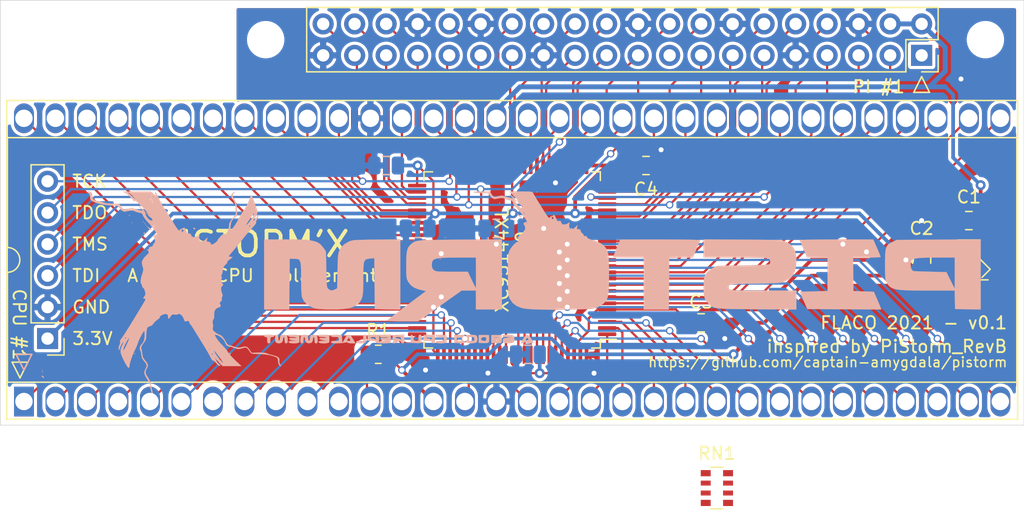
<source format=kicad_pcb>
(kicad_pcb (version 20171130) (host pcbnew 5.1.10-88a1d61d58~89~ubuntu20.04.1)
  (title_block (title Pistorm'X) (date 2021-07-27) (rev 0.1) (company FLACO) (comment 1 "Pistorm adapter board with Xilinx CPLD"))
  (layers (0 F.Cu signal) (31 B.Cu signal) (34 B.Paste user) (35 F.Paste user) (36 B.SilkS user) (37 F.SilkS user) (38 B.Mask user) (39 F.Mask user) (44 Edge.Cuts user))
  (net 0 "")
  (net 1 GND)
  (net 2 +5V)
  (net 3 +3V3)
  (net 4 /D5)
  (net 5 /A4)
  (net 6 /D6)
  (net 7 /A3)
  (net 8 /D7)
  (net 9 /A2)
  (net 10 /D8)
  (net 11 /A1)
  (net 12 /D9)
  (net 13 /FC0)
  (net 14 /D10)
  (net 15 /FC1)
  (net 16 /D11)
  (net 17 /FC2)
  (net 18 /D12)
  (net 19 /_IPL0)
  (net 20 /D13)
  (net 21 /_IPL1)
  (net 22 /D14)
  (net 23 /_IPL2)
  (net 24 /D15)
  (net 25 /BERR)
  (net 26 /_VPA)
  (net 27 /A23)
  (net 28 /E)
  (net 29 /A22)
  (net 30 /_VMA)
  (net 31 /A21)
  (net 32 /_RST)
  (net 33 /_HALT)
  (net 34 /A20)
  (net 35 /A19)
  (net 36 /CLK7)
  (net 37 /A18)
  (net 38 /A17)
  (net 39 "Net-(J1-Pad13)")
  (net 40 /A16)
  (net 41 "Net-(J1-Pad12)")
  (net 42 /A15)
  (net 43 "Net-(J1-Pad11)")
  (net 44 /A14)
  (net 45 /_DTACK)
  (net 46 /A13)
  (net 47 /RW)
  (net 48 /A12)
  (net 49 /_LDS)
  (net 50 /A11)
  (net 51 /_UDS)
  (net 52 /A10)
  (net 53 /_AS)
  (net 54 /A9)
  (net 55 /D0)
  (net 56 /A8)
  (net 57 /D1)
  (net 58 /A7)
  (net 59 /D2)
  (net 60 /A6)
  (net 61 /D3)
  (net 62 /A5)
  (net 63 /D4)
  (net 64 /SD13)
  (net 65 /SD12)
  (net 66 /TCK)
  (net 67 /SD8)
  (net 68 /SD11)
  (net 69 /SD5)
  (net 70 /SD4)
  (net 71 /SOE)
  (net 72 /SA0)
  (net 73 /AUX1)
  (net 74 /AUX0)
  (net 75 /SWE)
  (net 76 /SD0)
  (net 77 /SD3)
  (net 78 /TDO)
  (net 79 /SD1)
  (net 80 /SD2)
  (net 81 /TMS)
  (net 82 "Net-(J2-Pad1)")
  (net 83 /SD15)
  (net 84 /SD14)
  (net 85 /TDI)
  (net 86 /SD10)
  (net 87 /SD9)
  (net 88 /SD7)
  (net 89 /SD6)
  (net 90 /PICLK)
  (net 91 /SA1)
  (net 92 /SA2)
  (net 93 "Net-(RN1-Pad5)")
  (net 94 "Net-(RN1-Pad4)")
  (net 95 "Net-(U2-Pad4)")
  (module Sassa:PistormX (layer B.Cu) (at 198.755 116.713 180)
    (fp_text reference FID1 hide)
    (fp_text value Logo hide)
  )
  (module Capacitor_SMD:C_0805_2012Metric (layer B.Cu) (at 186.69 110.49 180)
    (fp_text reference C8 hide)
    (fp_text value 100n)
    (pad 2 smd roundrect (at 0.95 0 180) (size 1 1.45) (layers B.Cu B.Paste B.Mask) (net 1 GND))
    (pad 1 smd roundrect (at -0.95 0 180) (size 1 1.45) (layers B.Cu B.Paste B.Mask) (net 3 +3V3))
  )
  (module Capacitor_SMD:C_0805_2012Metric (layer B.Cu) (at 193.04 110.49 180)
    (fp_text reference C7 hide)
    (fp_text value 100n)
    (pad 2 smd roundrect (at 0.95 0 180) (size 1 1.45) (layers B.Cu B.Paste B.Mask) (net 1 GND))
    (pad 1 smd roundrect (at -0.95 0 180) (size 1 1.45) (layers B.Cu B.Paste B.Mask) (net 3 +3V3))
  )
  (module Connector_PinSocket_2.54mm:PinSocket_2x20_P2.54mm_Vertical (layer F.Cu) (at 227.33 96.52 270)
    (fp_text reference J2 hide)
    (fp_text value Raspberry_Pi_2_3)
    (pad 40 thru_hole oval (at -2.54 48.26 270) (size 1.7 1.7) (drill 1) (layers *.Cu *.Mask) (net 64 /SD13))
    (pad 39 thru_hole oval (at 0 48.26 270) (size 1.7 1.7) (drill 1) (layers *.Cu *.Mask) (net 1 GND))
    (pad 38 thru_hole oval (at -2.54 45.72 270) (size 1.7 1.7) (drill 1) (layers *.Cu *.Mask) (net 65 /SD12))
    (pad 37 thru_hole oval (at 0 45.72 270) (size 1.7 1.7) (drill 1) (layers *.Cu *.Mask) (net 66 /TCK))
    (pad 36 thru_hole oval (at -2.54 43.18 270) (size 1.7 1.7) (drill 1) (layers *.Cu *.Mask) (net 67 /SD8))
    (pad 35 thru_hole oval (at 0 43.18 270) (size 1.7 1.7) (drill 1) (layers *.Cu *.Mask) (net 68 /SD11))
    (pad 34 thru_hole oval (at -2.54 40.64 270) (size 1.7 1.7) (drill 1) (layers *.Cu *.Mask) (net 1 GND))
    (pad 33 thru_hole oval (at 0 40.64 270) (size 1.7 1.7) (drill 1) (layers *.Cu *.Mask) (net 69 /SD5))
    (pad 32 thru_hole oval (at -2.54 38.1 270) (size 1.7 1.7) (drill 1) (layers *.Cu *.Mask) (net 70 /SD4))
    (pad 31 thru_hole oval (at 0 38.1 270) (size 1.7 1.7) (drill 1) (layers *.Cu *.Mask) (net 71 /SOE))
    (pad 30 thru_hole oval (at -2.54 35.56 270) (size 1.7 1.7) (drill 1) (layers *.Cu *.Mask) (net 1 GND))
    (pad 29 thru_hole oval (at 0 35.56 270) (size 1.7 1.7) (drill 1) (layers *.Cu *.Mask) (net 72 /SA0))
    (pad 28 thru_hole oval (at -2.54 33.02 270) (size 1.7 1.7) (drill 1) (layers *.Cu *.Mask) (net 73 /AUX1))
    (pad 27 thru_hole oval (at 0 33.02 270) (size 1.7 1.7) (drill 1) (layers *.Cu *.Mask) (net 74 /AUX0))
    (pad 26 thru_hole oval (at -2.54 30.48 270) (size 1.7 1.7) (drill 1) (layers *.Cu *.Mask) (net 75 /SWE))
    (pad 25 thru_hole oval (at 0 30.48 270) (size 1.7 1.7) (drill 1) (layers *.Cu *.Mask) (net 1 GND))
    (pad 24 thru_hole oval (at -2.54 27.94 270) (size 1.7 1.7) (drill 1) (layers *.Cu *.Mask) (net 76 /SD0))
    (pad 23 thru_hole oval (at 0 27.94 270) (size 1.7 1.7) (drill 1) (layers *.Cu *.Mask) (net 77 /SD3))
    (pad 22 thru_hole oval (at -2.54 25.4 270) (size 1.7 1.7) (drill 1) (layers *.Cu *.Mask) (net 78 /TDO))
    (pad 21 thru_hole oval (at 0 25.4 270) (size 1.7 1.7) (drill 1) (layers *.Cu *.Mask) (net 79 /SD1))
    (pad 20 thru_hole oval (at -2.54 22.86 270) (size 1.7 1.7) (drill 1) (layers *.Cu *.Mask) (net 1 GND))
    (pad 19 thru_hole oval (at 0 22.86 270) (size 1.7 1.7) (drill 1) (layers *.Cu *.Mask) (net 80 /SD2))
    (pad 18 thru_hole oval (at -2.54 20.32 270) (size 1.7 1.7) (drill 1) (layers *.Cu *.Mask) (net 81 /TMS))
    (pad 17 thru_hole oval (at 0 20.32 270) (size 1.7 1.7) (drill 1) (layers *.Cu *.Mask) (net 82 "Net-(J2-Pad1)"))
    (pad 16 thru_hole oval (at -2.54 17.78 270) (size 1.7 1.7) (drill 1) (layers *.Cu *.Mask) (net 83 /SD15))
    (pad 15 thru_hole oval (at 0 17.78 270) (size 1.7 1.7) (drill 1) (layers *.Cu *.Mask) (net 84 /SD14))
    (pad 14 thru_hole oval (at -2.54 15.24 270) (size 1.7 1.7) (drill 1) (layers *.Cu *.Mask) (net 1 GND))
    (pad 13 thru_hole oval (at 0 15.24 270) (size 1.7 1.7) (drill 1) (layers *.Cu *.Mask) (net 85 /TDI))
    (pad 12 thru_hole oval (at -2.54 12.7 270) (size 1.7 1.7) (drill 1) (layers *.Cu *.Mask) (net 86 /SD10))
    (pad 11 thru_hole oval (at 0 12.7 270) (size 1.7 1.7) (drill 1) (layers *.Cu *.Mask) (net 87 /SD9))
    (pad 10 thru_hole oval (at -2.54 10.16 270) (size 1.7 1.7) (drill 1) (layers *.Cu *.Mask) (net 88 /SD7))
    (pad 9 thru_hole oval (at 0 10.16 270) (size 1.7 1.7) (drill 1) (layers *.Cu *.Mask) (net 1 GND))
    (pad 8 thru_hole oval (at -2.54 7.62 270) (size 1.7 1.7) (drill 1) (layers *.Cu *.Mask) (net 89 /SD6))
    (pad 7 thru_hole oval (at 0 7.62 270) (size 1.7 1.7) (drill 1) (layers *.Cu *.Mask) (net 90 /PICLK))
    (pad 6 thru_hole oval (at -2.54 5.08 270) (size 1.7 1.7) (drill 1) (layers *.Cu *.Mask) (net 1 GND))
    (pad 5 thru_hole oval (at 0 5.08 270) (size 1.7 1.7) (drill 1) (layers *.Cu *.Mask) (net 91 /SA1))
    (pad 4 thru_hole oval (at -2.54 2.54 270) (size 1.7 1.7) (drill 1) (layers *.Cu *.Mask) (net 2 +5V))
    (pad 3 thru_hole oval (at 0 2.54 270) (size 1.7 1.7) (drill 1) (layers *.Cu *.Mask) (net 92 /SA2))
    (pad 2 thru_hole oval (at -2.54 0 270) (size 1.7 1.7) (drill 1) (layers *.Cu *.Mask) (net 2 +5V))
    (pad 1 thru_hole rect (at 0 0 270) (size 1.7 1.7) (drill 1) (layers *.Cu *.Mask) (net 82 "Net-(J2-Pad1)"))
  )
  (module MountingHole:MountingHole_2.5mm (layer F.Cu) (at 174.4345 95.25)
    (fp_text reference H2 hide)
    (fp_text value MountingHole)
    (pad 1 np_thru_hole circle (at 0 0) (size 2.5 2.5) (drill 2.5) (layers *.Cu *.Mask))
  )
  (module MountingHole:MountingHole_2.5mm (layer F.Cu) (at 232.4735 95.25)
    (fp_text reference H1 hide)
    (fp_text value MountingHole)
    (pad 1 np_thru_hole circle (at 0 0) (size 2.5 2.5) (drill 2.5) (layers *.Cu *.Mask))
  )
  (module Package_TO_SOT_SMD:SOT-23 (layer F.Cu) (at 231.2035 114.3635 315)
    (fp_text reference U3 hide)
    (fp_text value XC6206PxxxMR)
    (pad 3 smd rect (at 1 0 315) (size 0.9 0.8) (layers F.Cu F.Paste F.Mask) (net 2 +5V))
    (pad 2 smd rect (at -1 0.95 315) (size 0.9 0.8) (layers F.Cu F.Paste F.Mask) (net 3 +3V3))
    (pad 1 smd rect (at -1 -0.95 315) (size 0.9 0.8) (layers F.Cu F.Paste F.Mask) (net 1 GND))
  )
  (module Package_TO_SOT_SMD:SOT-23-5 (layer F.Cu) (at 231.14 113.03 180)
    (fp_text reference U2 hide)
    (fp_text value SPX3819M5-L-3-3)
    (pad 5 smd rect (at 1.1 -0.95 180) (size 1.06 0.65) (layers F.Cu F.Paste F.Mask) (net 3 +3V3))
    (pad 4 smd rect (at 1.1 0.95 180) (size 1.06 0.65) (layers F.Cu F.Paste F.Mask) (net 95 "Net-(U2-Pad4)"))
    (pad 3 smd rect (at -1.1 0.95 180) (size 1.06 0.65) (layers F.Cu F.Paste F.Mask) (net 2 +5V))
    (pad 2 smd rect (at -1.1 0 180) (size 1.06 0.65) (layers F.Cu F.Paste F.Mask) (net 1 GND))
    (pad 1 smd rect (at -1.1 -0.95 180) (size 1.06 0.65) (layers F.Cu F.Paste F.Mask) (net 2 +5V))
  )
  (module Package_QFP:TQFP-100_14x14mm_P0.5mm (layer F.Cu) (at 194.31 113.03 180)
    (fp_text reference U1 hide)
    (fp_text value XC95144XL-TQ100)
    (pad 100 smd roundrect (at -6 -7.6625 180) (size 0.3 1.475) (layers F.Cu F.Paste F.Mask) (net 1 GND))
    (pad 99 smd roundrect (at -5.5 -7.6625 180) (size 0.3 1.475) (layers F.Cu F.Paste F.Mask) (net 32 /_RST))
    (pad 98 smd roundrect (at -5 -7.6625 180) (size 0.3 1.475) (layers F.Cu F.Paste F.Mask) (net 3 +3V3))
    (pad 97 smd roundrect (at -4.5 -7.6625 180) (size 0.3 1.475) (layers F.Cu F.Paste F.Mask) (net 19 /_IPL0))
    (pad 96 smd roundrect (at -4 -7.6625 180) (size 0.3 1.475) (layers F.Cu F.Paste F.Mask) (net 21 /_IPL1))
    (pad 95 smd roundrect (at -3.5 -7.6625 180) (size 0.3 1.475) (layers F.Cu F.Paste F.Mask) (net 23 /_IPL2))
    (pad 94 smd roundrect (at -3 -7.6625 180) (size 0.3 1.475) (layers F.Cu F.Paste F.Mask) (net 17 /FC2))
    (pad 93 smd roundrect (at -2.5 -7.6625 180) (size 0.3 1.475) (layers F.Cu F.Paste F.Mask) (net 15 /FC1))
    (pad 92 smd roundrect (at -2 -7.6625 180) (size 0.3 1.475) (layers F.Cu F.Paste F.Mask) (net 13 /FC0))
    (pad 91 smd roundrect (at -1.5 -7.6625 180) (size 0.3 1.475) (layers F.Cu F.Paste F.Mask) (net 11 /A1))
    (pad 90 smd roundrect (at -1 -7.6625 180) (size 0.3 1.475) (layers F.Cu F.Paste F.Mask) (net 9 /A2))
    (pad 89 smd roundrect (at -0.5 -7.6625 180) (size 0.3 1.475) (layers F.Cu F.Paste F.Mask) (net 7 /A3))
    (pad 88 smd roundrect (at 0 -7.6625 180) (size 0.3 1.475) (layers F.Cu F.Paste F.Mask) (net 3 +3V3))
    (pad 87 smd roundrect (at 0.5 -7.6625 180) (size 0.3 1.475) (layers F.Cu F.Paste F.Mask) (net 5 /A4))
    (pad 86 smd roundrect (at 1 -7.6625 180) (size 0.3 1.475) (layers F.Cu F.Paste F.Mask) (net 62 /A5))
    (pad 85 smd roundrect (at 1.5 -7.6625 180) (size 0.3 1.475) (layers F.Cu F.Paste F.Mask) (net 60 /A6))
    (pad 84 smd roundrect (at 2 -7.6625 180) (size 0.3 1.475) (layers F.Cu F.Paste F.Mask) (net 1 GND))
    (pad 83 smd roundrect (at 2.5 -7.6625 180) (size 0.3 1.475) (layers F.Cu F.Paste F.Mask) (net 78 /TDO))
    (pad 82 smd roundrect (at 3 -7.6625 180) (size 0.3 1.475) (layers F.Cu F.Paste F.Mask) (net 33 /_HALT))
    (pad 81 smd roundrect (at 3.5 -7.6625 180) (size 0.3 1.475) (layers F.Cu F.Paste F.Mask) (net 36 /CLK7))
    (pad 80 smd roundrect (at 4 -7.6625 180) (size 0.3 1.475) (layers F.Cu F.Paste F.Mask) (net 45 /_DTACK))
    (pad 79 smd roundrect (at 4.5 -7.6625 180) (size 0.3 1.475) (layers F.Cu F.Paste F.Mask) (net 47 /RW))
    (pad 78 smd roundrect (at 5 -7.6625 180) (size 0.3 1.475) (layers F.Cu F.Paste F.Mask) (net 49 /_LDS))
    (pad 77 smd roundrect (at 5.5 -7.6625 180) (size 0.3 1.475) (layers F.Cu F.Paste F.Mask) (net 51 /_UDS))
    (pad 76 smd roundrect (at 6 -7.6625 180) (size 0.3 1.475) (layers F.Cu F.Paste F.Mask) (net 53 /_AS))
    (pad 75 smd roundrect (at 7.6625 -6 180) (size 1.475 0.3) (layers F.Cu F.Paste F.Mask) (net 1 GND))
    (pad 74 smd roundrect (at 7.6625 -5.5 180) (size 1.475 0.3) (layers F.Cu F.Paste F.Mask) (net 55 /D0))
    (pad 73 smd roundrect (at 7.6625 -5 180) (size 1.475 0.3) (layers F.Cu F.Paste F.Mask) (net 57 /D1))
    (pad 72 smd roundrect (at 7.6625 -4.5 180) (size 1.475 0.3) (layers F.Cu F.Paste F.Mask) (net 59 /D2))
    (pad 71 smd roundrect (at 7.6625 -4 180) (size 1.475 0.3) (layers F.Cu F.Paste F.Mask) (net 61 /D3))
    (pad 70 smd roundrect (at 7.6625 -3.5 180) (size 1.475 0.3) (layers F.Cu F.Paste F.Mask) (net 63 /D4))
    (pad 69 smd roundrect (at 7.6625 -3 180) (size 1.475 0.3) (layers F.Cu F.Paste F.Mask) (net 1 GND))
    (pad 68 smd roundrect (at 7.6625 -2.5 180) (size 1.475 0.3) (layers F.Cu F.Paste F.Mask) (net 4 /D5))
    (pad 67 smd roundrect (at 7.6625 -2 180) (size 1.475 0.3) (layers F.Cu F.Paste F.Mask) (net 6 /D6))
    (pad 66 smd roundrect (at 7.6625 -1.5 180) (size 1.475 0.3) (layers F.Cu F.Paste F.Mask) (net 8 /D7))
    (pad 65 smd roundrect (at 7.6625 -1 180) (size 1.475 0.3) (layers F.Cu F.Paste F.Mask) (net 10 /D8))
    (pad 64 smd roundrect (at 7.6625 -0.5 180) (size 1.475 0.3) (layers F.Cu F.Paste F.Mask) (net 12 /D9))
    (pad 63 smd roundrect (at 7.6625 0 180) (size 1.475 0.3) (layers F.Cu F.Paste F.Mask) (net 14 /D10))
    (pad 62 smd roundrect (at 7.6625 0.5 180) (size 1.475 0.3) (layers F.Cu F.Paste F.Mask) (net 1 GND))
    (pad 61 smd roundrect (at 7.6625 1 180) (size 1.475 0.3) (layers F.Cu F.Paste F.Mask) (net 16 /D11))
    (pad 60 smd roundrect (at 7.6625 1.5 180) (size 1.475 0.3) (layers F.Cu F.Paste F.Mask) (net 18 /D12))
    (pad 59 smd roundrect (at 7.6625 2 180) (size 1.475 0.3) (layers F.Cu F.Paste F.Mask) (net 20 /D13))
    (pad 58 smd roundrect (at 7.6625 2.5 180) (size 1.475 0.3) (layers F.Cu F.Paste F.Mask) (net 22 /D14))
    (pad 57 smd roundrect (at 7.6625 3 180) (size 1.475 0.3) (layers F.Cu F.Paste F.Mask) (net 3 +3V3))
    (pad 56 smd roundrect (at 7.6625 3.5 180) (size 1.475 0.3) (layers F.Cu F.Paste F.Mask) (net 24 /D15))
    (pad 55 smd roundrect (at 7.6625 4 180) (size 1.475 0.3) (layers F.Cu F.Paste F.Mask) (net 64 /SD13))
    (pad 54 smd roundrect (at 7.6625 4.5 180) (size 1.475 0.3) (layers F.Cu F.Paste F.Mask) (net 65 /SD12))
    (pad 53 smd roundrect (at 7.6625 5 180) (size 1.475 0.3) (layers F.Cu F.Paste F.Mask) (net 68 /SD11))
    (pad 52 smd roundrect (at 7.6625 5.5 180) (size 1.475 0.3) (layers F.Cu F.Paste F.Mask) (net 27 /A23))
    (pad 51 smd roundrect (at 7.6625 6 180) (size 1.475 0.3) (layers F.Cu F.Paste F.Mask) (net 3 +3V3))
    (pad 50 smd roundrect (at 6 7.6625 180) (size 0.3 1.475) (layers F.Cu F.Paste F.Mask) (net 67 /SD8))
    (pad 49 smd roundrect (at 5.5 7.6625 180) (size 0.3 1.475) (layers F.Cu F.Paste F.Mask) (net 69 /SD5))
    (pad 48 smd roundrect (at 5 7.6625 180) (size 0.3 1.475) (layers F.Cu F.Paste F.Mask) (net 66 /TCK))
    (pad 47 smd roundrect (at 4.5 7.6625 180) (size 0.3 1.475) (layers F.Cu F.Paste F.Mask) (net 81 /TMS))
    (pad 46 smd roundrect (at 4 7.6625 180) (size 0.3 1.475) (layers F.Cu F.Paste F.Mask) (net 29 /A22))
    (pad 45 smd roundrect (at 3.5 7.6625 180) (size 0.3 1.475) (layers F.Cu F.Paste F.Mask) (net 85 /TDI))
    (pad 44 smd roundrect (at 3 7.6625 180) (size 0.3 1.475) (layers F.Cu F.Paste F.Mask) (net 1 GND))
    (pad 43 smd roundrect (at 2.5 7.6625 180) (size 0.3 1.475) (layers F.Cu F.Paste F.Mask) (net 71 /SOE))
    (pad 42 smd roundrect (at 2 7.6625 180) (size 0.3 1.475) (layers F.Cu F.Paste F.Mask) (net 70 /SD4))
    (pad 41 smd roundrect (at 1.5 7.6625 180) (size 0.3 1.475) (layers F.Cu F.Paste F.Mask) (net 31 /A21))
    (pad 40 smd roundrect (at 1 7.6625 180) (size 0.3 1.475) (layers F.Cu F.Paste F.Mask) (net 72 /SA0))
    (pad 39 smd roundrect (at 0.5 7.6625 180) (size 0.3 1.475) (layers F.Cu F.Paste F.Mask) (net 73 /AUX1))
    (pad 38 smd roundrect (at 0 7.6625 180) (size 0.3 1.475) (layers F.Cu F.Paste F.Mask) (net 3 +3V3))
    (pad 37 smd roundrect (at -0.5 7.6625 180) (size 0.3 1.475) (layers F.Cu F.Paste F.Mask) (net 74 /AUX0))
    (pad 36 smd roundrect (at -1 7.6625 180) (size 0.3 1.475) (layers F.Cu F.Paste F.Mask) (net 75 /SWE))
    (pad 35 smd roundrect (at -1.5 7.6625 180) (size 0.3 1.475) (layers F.Cu F.Paste F.Mask) (net 34 /A20))
    (pad 34 smd roundrect (at -2 7.6625 180) (size 0.3 1.475) (layers F.Cu F.Paste F.Mask) (net 76 /SD0))
    (pad 33 smd roundrect (at -2.5 7.6625 180) (size 0.3 1.475) (layers F.Cu F.Paste F.Mask) (net 77 /SD3))
    (pad 32 smd roundrect (at -3 7.6625 180) (size 0.3 1.475) (layers F.Cu F.Paste F.Mask) (net 35 /A19))
    (pad 31 smd roundrect (at -3.5 7.6625 180) (size 0.3 1.475) (layers F.Cu F.Paste F.Mask) (net 1 GND))
    (pad 30 smd roundrect (at -4 7.6625 180) (size 0.3 1.475) (layers F.Cu F.Paste F.Mask) (net 79 /SD1))
    (pad 29 smd roundrect (at -4.5 7.6625 180) (size 0.3 1.475) (layers F.Cu F.Paste F.Mask) (net 37 /A18))
    (pad 28 smd roundrect (at -5 7.6625 180) (size 0.3 1.475) (layers F.Cu F.Paste F.Mask) (net 80 /SD2))
    (pad 27 smd roundrect (at -5.5 7.6625 180) (size 0.3 1.475) (layers F.Cu F.Paste F.Mask) (net 38 /A17))
    (pad 26 smd roundrect (at -6 7.6625 180) (size 0.3 1.475) (layers F.Cu F.Paste F.Mask) (net 3 +3V3))
    (pad 25 smd roundrect (at -7.6625 6 180) (size 1.475 0.3) (layers F.Cu F.Paste F.Mask) (net 40 /A16))
    (pad 24 smd roundrect (at -7.6625 5.5 180) (size 1.475 0.3) (layers F.Cu F.Paste F.Mask) (net 83 /SD15))
    (pad 23 smd roundrect (at -7.6625 5 180) (size 1.475 0.3) (layers F.Cu F.Paste F.Mask) (net 90 /PICLK))
    (pad 22 smd roundrect (at -7.6625 4.5 180) (size 1.475 0.3) (layers F.Cu F.Paste F.Mask) (net 42 /A15))
    (pad 21 smd roundrect (at -7.6625 4 180) (size 1.475 0.3) (layers F.Cu F.Paste F.Mask) (net 1 GND))
    (pad 20 smd roundrect (at -7.6625 3.5 180) (size 1.475 0.3) (layers F.Cu F.Paste F.Mask) (net 84 /SD14))
    (pad 19 smd roundrect (at -7.6625 3 180) (size 1.475 0.3) (layers F.Cu F.Paste F.Mask) (net 44 /A14))
    (pad 18 smd roundrect (at -7.6625 2.5 180) (size 1.475 0.3) (layers F.Cu F.Paste F.Mask) (net 86 /SD10))
    (pad 17 smd roundrect (at -7.6625 2 180) (size 1.475 0.3) (layers F.Cu F.Paste F.Mask) (net 46 /A13))
    (pad 16 smd roundrect (at -7.6625 1.5 180) (size 1.475 0.3) (layers F.Cu F.Paste F.Mask) (net 87 /SD9))
    (pad 15 smd roundrect (at -7.6625 1 180) (size 1.475 0.3) (layers F.Cu F.Paste F.Mask) (net 88 /SD7))
    (pad 14 smd roundrect (at -7.6625 0.5 180) (size 1.475 0.3) (layers F.Cu F.Paste F.Mask) (net 48 /A12))
    (pad 13 smd roundrect (at -7.6625 0 180) (size 1.475 0.3) (layers F.Cu F.Paste F.Mask) (net 89 /SD6))
    (pad 12 smd roundrect (at -7.6625 -0.5 180) (size 1.475 0.3) (layers F.Cu F.Paste F.Mask) (net 50 /A11))
    (pad 11 smd roundrect (at -7.6625 -1 180) (size 1.475 0.3) (layers F.Cu F.Paste F.Mask) (net 52 /A10))
    (pad 10 smd roundrect (at -7.6625 -1.5 180) (size 1.475 0.3) (layers F.Cu F.Paste F.Mask) (net 91 /SA1))
    (pad 9 smd roundrect (at -7.6625 -2 180) (size 1.475 0.3) (layers F.Cu F.Paste F.Mask) (net 54 /A9))
    (pad 8 smd roundrect (at -7.6625 -2.5 180) (size 1.475 0.3) (layers F.Cu F.Paste F.Mask) (net 92 /SA2))
    (pad 7 smd roundrect (at -7.6625 -3 180) (size 1.475 0.3) (layers F.Cu F.Paste F.Mask) (net 56 /A8))
    (pad 6 smd roundrect (at -7.6625 -3.5 180) (size 1.475 0.3) (layers F.Cu F.Paste F.Mask) (net 58 /A7))
    (pad 5 smd roundrect (at -7.6625 -4 180) (size 1.475 0.3) (layers F.Cu F.Paste F.Mask) (net 3 +3V3))
    (pad 4 smd roundrect (at -7.6625 -4.5 180) (size 1.475 0.3) (layers F.Cu F.Paste F.Mask) (net 25 /BERR))
    (pad 3 smd roundrect (at -7.6625 -5 180) (size 1.475 0.3) (layers F.Cu F.Paste F.Mask) (net 26 /_VPA))
    (pad 2 smd roundrect (at -7.6625 -5.5 180) (size 1.475 0.3) (layers F.Cu F.Paste F.Mask) (net 28 /E))
    (pad 1 smd roundrect (at -7.6625 -6 180) (size 1.475 0.3) (layers F.Cu F.Paste F.Mask) (net 30 /_VMA))
  )
  (module Resistor_SMD:R_Array_Convex_4x0603 (layer F.Cu) (at 210.82 131.445)
    (fp_text reference RN1 (at 0 -2.8) (layer F.SilkS))
    (fp_text value 10k)
    (pad 5 smd rect (at 0.9 1.2) (size 0.8 0.5) (layers F.Cu F.Paste F.Mask) (net 93 "Net-(RN1-Pad5)"))
    (pad 6 smd rect (at 0.9 0.4) (size 0.8 0.4) (layers F.Cu F.Paste F.Mask) (net 2 +5V))
    (pad 8 smd rect (at 0.9 -1.2) (size 0.8 0.5) (layers F.Cu F.Paste F.Mask) (net 2 +5V))
    (pad 7 smd rect (at 0.9 -0.4) (size 0.8 0.4) (layers F.Cu F.Paste F.Mask) (net 2 +5V))
    (pad 4 smd rect (at -0.9 1.2) (size 0.8 0.5) (layers F.Cu F.Paste F.Mask) (net 94 "Net-(RN1-Pad4)"))
    (pad 2 smd rect (at -0.9 -0.4) (size 0.8 0.4) (layers F.Cu F.Paste F.Mask) (net 21 /_IPL1))
    (pad 3 smd rect (at -0.9 0.4) (size 0.8 0.4) (layers F.Cu F.Paste F.Mask) (net 23 /_IPL2))
    (pad 1 smd rect (at -0.9 -1.2) (size 0.8 0.5) (layers F.Cu F.Paste F.Mask) (net 19 /_IPL0))
  )
  (module Resistor_SMD:R_0805_2012Metric (layer F.Cu) (at 183.515 120.65 180)
    (fp_text reference R1 (at 0 1.905 unlocked) (layer F.SilkS))
    (fp_text value 10k)
    (pad 2 smd roundrect (at 0.9125 0 180) (size 1.025 1.4) (layers F.Cu F.Paste F.Mask) (roundrect_rratio 0.243902) (net 41 "Net-(J1-Pad12)"))
    (pad 1 smd roundrect (at -0.9125 0 180) (size 1.025 1.4) (layers F.Cu F.Paste F.Mask) (roundrect_rratio 0.243902) (net 2 +5V))
  )
  (module Connector_PinHeader_2.54mm:PinHeader_1x06_P2.54mm_Vertical (layer F.Cu) (at 156.845 119.38 180)
    (fp_text reference J3 hide)
    (fp_text value PROG)
    (pad 6 thru_hole oval (at 0 12.7 180) (size 1.7 1.7) (drill 1) (layers *.Cu *.Mask) (net 66 /TCK))
    (pad 5 thru_hole oval (at 0 10.16 180) (size 1.7 1.7) (drill 1) (layers *.Cu *.Mask) (net 78 /TDO))
    (pad 4 thru_hole oval (at 0 7.62 180) (size 1.7 1.7) (drill 1) (layers *.Cu *.Mask) (net 81 /TMS))
    (pad 3 thru_hole oval (at 0 5.08 180) (size 1.7 1.7) (drill 1) (layers *.Cu *.Mask) (net 85 /TDI))
    (pad 2 thru_hole oval (at 0 2.54 180) (size 1.7 1.7) (drill 1) (layers *.Cu *.Mask) (net 1 GND))
    (pad 1 thru_hole rect (at 0 0 180) (size 1.7 1.7) (drill 1) (layers *.Cu *.Mask) (net 3 +3V3))
  )
  (module Sassa:DIP-64_W22.86mm_BigPads1.4 (layer F.Cu) (at 154.94 124.46 90)
    (fp_text reference J1 hide)
    (fp_text value "68000D socket")
    (pad 64 thru_hole oval (at 22.86 0 90) (size 2.4 1.6) (drill 1.4) (layers *.Cu *.Mask) (net 4 /D5))
    (pad 32 thru_hole oval (at 0 78.74 90) (size 2.4 1.6) (drill 1.4) (layers *.Cu *.Mask) (net 5 /A4))
    (pad 63 thru_hole oval (at 22.86 2.54 90) (size 2.4 1.6) (drill 1.4) (layers *.Cu *.Mask) (net 6 /D6))
    (pad 31 thru_hole oval (at 0 76.2 90) (size 2.4 1.6) (drill 1.4) (layers *.Cu *.Mask) (net 7 /A3))
    (pad 62 thru_hole oval (at 22.86 5.08 90) (size 2.4 1.6) (drill 1.4) (layers *.Cu *.Mask) (net 8 /D7))
    (pad 30 thru_hole oval (at 0 73.66 90) (size 2.4 1.6) (drill 1.4) (layers *.Cu *.Mask) (net 9 /A2))
    (pad 61 thru_hole oval (at 22.86 7.62 90) (size 2.4 1.6) (drill 1.4) (layers *.Cu *.Mask) (net 10 /D8))
    (pad 29 thru_hole oval (at 0 71.12 90) (size 2.4 1.6) (drill 1.4) (layers *.Cu *.Mask) (net 11 /A1))
    (pad 60 thru_hole oval (at 22.86 10.16 90) (size 2.4 1.6) (drill 1.4) (layers *.Cu *.Mask) (net 12 /D9))
    (pad 28 thru_hole oval (at 0 68.58 90) (size 2.4 1.6) (drill 1.4) (layers *.Cu *.Mask) (net 13 /FC0))
    (pad 59 thru_hole oval (at 22.86 12.7 90) (size 2.4 1.6) (drill 1.4) (layers *.Cu *.Mask) (net 14 /D10))
    (pad 27 thru_hole oval (at 0 66.04 90) (size 2.4 1.6) (drill 1.4) (layers *.Cu *.Mask) (net 15 /FC1))
    (pad 58 thru_hole oval (at 22.86 15.24 90) (size 2.4 1.6) (drill 1.4) (layers *.Cu *.Mask) (net 16 /D11))
    (pad 26 thru_hole oval (at 0 63.5 90) (size 2.4 1.6) (drill 1.4) (layers *.Cu *.Mask) (net 17 /FC2))
    (pad 57 thru_hole oval (at 22.86 17.78 90) (size 2.4 1.6) (drill 1.4) (layers *.Cu *.Mask) (net 18 /D12))
    (pad 25 thru_hole oval (at 0 60.96 90) (size 2.4 1.6) (drill 1.4) (layers *.Cu *.Mask) (net 19 /_IPL0))
    (pad 56 thru_hole oval (at 22.86 20.32 90) (size 2.4 1.6) (drill 1.4) (layers *.Cu *.Mask) (net 20 /D13))
    (pad 24 thru_hole oval (at 0 58.42 90) (size 2.4 1.6) (drill 1.4) (layers *.Cu *.Mask) (net 21 /_IPL1))
    (pad 55 thru_hole oval (at 22.86 22.86 90) (size 2.4 1.6) (drill 1.4) (layers *.Cu *.Mask) (net 22 /D14))
    (pad 23 thru_hole oval (at 0 55.88 90) (size 2.4 1.6) (drill 1.4) (layers *.Cu *.Mask) (net 23 /_IPL2))
    (pad 54 thru_hole oval (at 22.86 25.4 90) (size 2.4 1.6) (drill 1.4) (layers *.Cu *.Mask) (net 24 /D15))
    (pad 22 thru_hole oval (at 0 53.34 90) (size 2.4 1.6) (drill 1.4) (layers *.Cu *.Mask) (net 25 /BERR))
    (pad 53 thru_hole oval (at 22.86 27.94 90) (size 2.4 1.6) (drill 1.4) (layers *.Cu *.Mask) (net 1 GND))
    (pad 21 thru_hole oval (at 0 50.8 90) (size 2.4 1.6) (drill 1.4) (layers *.Cu *.Mask) (net 26 /_VPA))
    (pad 52 thru_hole oval (at 22.86 30.48 90) (size 2.4 1.6) (drill 1.4) (layers *.Cu *.Mask) (net 27 /A23))
    (pad 20 thru_hole oval (at 0 48.26 90) (size 2.4 1.6) (drill 1.4) (layers *.Cu *.Mask) (net 28 /E))
    (pad 51 thru_hole oval (at 22.86 33.02 90) (size 2.4 1.6) (drill 1.4) (layers *.Cu *.Mask) (net 29 /A22))
    (pad 19 thru_hole oval (at 0 45.72 90) (size 2.4 1.6) (drill 1.4) (layers *.Cu *.Mask) (net 30 /_VMA))
    (pad 50 thru_hole oval (at 22.86 35.56 90) (size 2.4 1.6) (drill 1.4) (layers *.Cu *.Mask) (net 31 /A21))
    (pad 18 thru_hole oval (at 0 43.18 90) (size 2.4 1.6) (drill 1.4) (layers *.Cu *.Mask) (net 32 /_RST))
    (pad 49 thru_hole oval (at 22.86 38.1 90) (size 2.4 1.6) (drill 1.4) (layers *.Cu *.Mask) (net 2 +5V))
    (pad 17 thru_hole oval (at 0 40.64 90) (size 2.4 1.6) (drill 1.4) (layers *.Cu *.Mask) (net 33 /_HALT))
    (pad 48 thru_hole oval (at 22.86 40.64 90) (size 2.4 1.6) (drill 1.4) (layers *.Cu *.Mask) (net 34 /A20))
    (pad 16 thru_hole oval (at 0 38.1 90) (size 2.4 1.6) (drill 1.4) (layers *.Cu *.Mask) (net 1 GND))
    (pad 47 thru_hole oval (at 22.86 43.18 90) (size 2.4 1.6) (drill 1.4) (layers *.Cu *.Mask) (net 35 /A19))
    (pad 15 thru_hole oval (at 0 35.56 90) (size 2.4 1.6) (drill 1.4) (layers *.Cu *.Mask) (net 36 /CLK7))
    (pad 46 thru_hole oval (at 22.86 45.72 90) (size 2.4 1.6) (drill 1.4) (layers *.Cu *.Mask) (net 37 /A18))
    (pad 14 thru_hole oval (at 0 33.02 90) (size 2.4 1.6) (drill 1.4) (layers *.Cu *.Mask) (net 2 +5V))
    (pad 45 thru_hole oval (at 22.86 48.26 90) (size 2.4 1.6) (drill 1.4) (layers *.Cu *.Mask) (net 38 /A17))
    (pad 13 thru_hole oval (at 0 30.48 90) (size 2.4 1.6) (drill 1.4) (layers *.Cu *.Mask) (net 39 "Net-(J1-Pad13)"))
    (pad 44 thru_hole oval (at 22.86 50.8 90) (size 2.4 1.6) (drill 1.4) (layers *.Cu *.Mask) (net 40 /A16))
    (pad 12 thru_hole oval (at 0 27.94 90) (size 2.4 1.6) (drill 1.4) (layers *.Cu *.Mask) (net 41 "Net-(J1-Pad12)"))
    (pad 43 thru_hole oval (at 22.86 53.34 90) (size 2.4 1.6) (drill 1.4) (layers *.Cu *.Mask) (net 42 /A15))
    (pad 11 thru_hole oval (at 0 25.4 90) (size 2.4 1.6) (drill 1.4) (layers *.Cu *.Mask) (net 43 "Net-(J1-Pad11)"))
    (pad 42 thru_hole oval (at 22.86 55.88 90) (size 2.4 1.6) (drill 1.4) (layers *.Cu *.Mask) (net 44 /A14))
    (pad 10 thru_hole oval (at 0 22.86 90) (size 2.4 1.6) (drill 1.4) (layers *.Cu *.Mask) (net 45 /_DTACK))
    (pad 41 thru_hole oval (at 22.86 58.42 90) (size 2.4 1.6) (drill 1.4) (layers *.Cu *.Mask) (net 46 /A13))
    (pad 9 thru_hole oval (at 0 20.32 90) (size 2.4 1.6) (drill 1.4) (layers *.Cu *.Mask) (net 47 /RW))
    (pad 40 thru_hole oval (at 22.86 60.96 90) (size 2.4 1.6) (drill 1.4) (layers *.Cu *.Mask) (net 48 /A12))
    (pad 8 thru_hole oval (at 0 17.78 90) (size 2.4 1.6) (drill 1.4) (layers *.Cu *.Mask) (net 49 /_LDS))
    (pad 39 thru_hole oval (at 22.86 63.5 90) (size 2.4 1.6) (drill 1.4) (layers *.Cu *.Mask) (net 50 /A11))
    (pad 7 thru_hole oval (at 0 15.24 90) (size 2.4 1.6) (drill 1.4) (layers *.Cu *.Mask) (net 51 /_UDS))
    (pad 38 thru_hole oval (at 22.86 66.04 90) (size 2.4 1.6) (drill 1.4) (layers *.Cu *.Mask) (net 52 /A10))
    (pad 6 thru_hole oval (at 0 12.7 90) (size 2.4 1.6) (drill 1.4) (layers *.Cu *.Mask) (net 53 /_AS))
    (pad 37 thru_hole oval (at 22.86 68.58 90) (size 2.4 1.6) (drill 1.4) (layers *.Cu *.Mask) (net 54 /A9))
    (pad 5 thru_hole oval (at 0 10.16 90) (size 2.4 1.6) (drill 1.4) (layers *.Cu *.Mask) (net 55 /D0))
    (pad 36 thru_hole oval (at 22.86 71.12 90) (size 2.4 1.6) (drill 1.4) (layers *.Cu *.Mask) (net 56 /A8))
    (pad 4 thru_hole oval (at 0 7.62 90) (size 2.4 1.6) (drill 1.4) (layers *.Cu *.Mask) (net 57 /D1))
    (pad 35 thru_hole oval (at 22.86 73.66 90) (size 2.4 1.6) (drill 1.4) (layers *.Cu *.Mask) (net 58 /A7))
    (pad 3 thru_hole oval (at 0 5.08 90) (size 2.4 1.6) (drill 1.4) (layers *.Cu *.Mask) (net 59 /D2))
    (pad 34 thru_hole oval (at 22.86 76.2 90) (size 2.4 1.6) (drill 1.4) (layers *.Cu *.Mask) (net 60 /A6))
    (pad 2 thru_hole oval (at 0 2.54 90) (size 2.4 1.6) (drill 1.4) (layers *.Cu *.Mask) (net 61 /D3))
    (pad 33 thru_hole oval (at 22.86 78.74 90) (size 2.4 1.6) (drill 1.4) (layers *.Cu *.Mask) (net 62 /A5))
    (pad 1 thru_hole rect (at 0 0 90) (size 2.4 1.6) (drill 1.4) (layers *.Cu *.Mask) (net 63 /D4))
  )
  (module Capacitor_SMD:C_0805_2012Metric (layer B.Cu) (at 195.58 120.65 180)
    (fp_text reference C6 hide)
    (fp_text value 100n)
    (pad 2 smd roundrect (at 0.95 0 180) (size 1 1.45) (layers B.Cu B.Paste B.Mask) (net 1 GND))
    (pad 1 smd roundrect (at -0.95 0 180) (size 1 1.45) (layers B.Cu B.Paste B.Mask) (net 3 +3V3))
  )
  (module Capacitor_SMD:C_0805_2012Metric (layer B.Cu) (at 184.15 105.41 180)
    (fp_text reference C5 hide)
    (fp_text value 100n)
    (pad 2 smd roundrect (at 0.95 0 180) (size 1 1.45) (layers B.Cu B.Paste B.Mask) (net 1 GND))
    (pad 1 smd roundrect (at -0.95 0 180) (size 1 1.45) (layers B.Cu B.Paste B.Mask) (net 3 +3V3))
  )
  (module Capacitor_SMD:C_0805_2012Metric (layer F.Cu) (at 205.105 105.41)
    (fp_text reference C4 (at 0 1.905 unlocked) (layer F.SilkS))
    (fp_text value 100n)
    (pad 2 smd roundrect (at 0.95 0) (size 1 1.45) (layers F.Cu F.Paste F.Mask) (net 1 GND))
    (pad 1 smd roundrect (at -0.95 0) (size 1 1.45) (layers F.Cu F.Paste F.Mask) (net 3 +3V3))
  )
  (module Capacitor_SMD:C_0805_2012Metric (layer F.Cu) (at 209.55 118.11)
    (fp_text reference C3 (at 0 -1.68 unlocked) (layer F.SilkS))
    (fp_text value 100n)
    (pad 2 smd roundrect (at 0.95 0) (size 1 1.45) (layers F.Cu F.Paste F.Mask) (net 1 GND))
    (pad 1 smd roundrect (at -0.95 0) (size 1 1.45) (layers F.Cu F.Paste F.Mask) (net 3 +3V3))
  )
  (module Capacitor_SMD:C_0805_2012Metric (layer F.Cu) (at 227.33 113.03 90)
    (fp_text reference C2 (at 2.54 0 unlocked) (layer F.SilkS))
    (fp_text value 10u)
    (pad 2 smd roundrect (at 0.95 0 90) (size 1 1.45) (layers F.Cu F.Paste F.Mask) (net 1 GND))
    (pad 1 smd roundrect (at -0.95 0 90) (size 1 1.45) (layers F.Cu F.Paste F.Mask) (net 3 +3V3))
  )
  (module Capacitor_SMD:C_0805_2012Metric (layer F.Cu) (at 231.14 109.855 180)
    (fp_text reference C1 (at 0 1.905 unlocked) (layer F.SilkS))
    (fp_text value 10u)
    (pad 2 smd roundrect (at 0.95 0 180) (size 1 1.45) (layers F.Cu F.Paste F.Mask) (net 1 GND))
    (pad 1 smd roundrect (at -0.95 0 180) (size 1 1.45) (layers F.Cu F.Paste F.Mask) (net 2 +5V))
  )
  (gr_text "A 68000 CPU replacement" (at 173.355 114.3) (layer F.SilkS) (effects (font (size 1 1))))
  (gr_text PISTORM'X (at 173.355 111.76) (layer F.SilkS) (effects (font (size 2 2) (thickness 0.3))))
  (gr_text "FLACO 2021 - v0.1" (at 234.315 118.11) (layer F.SilkS) (effects (font (size 1 1)) (justify right)))
  (gr_text https://github.com/captain-amygdala/pistorm (at 234.315 121.285) (layer F.SilkS) (effects (font (size 0.8 0.8) (thickness 0.12)) (justify right)))
  (gr_text "inspired by PiStorm_RevB" (at 234.315 120.015) (layer F.SilkS) (effects (font (size 1 1)) (justify right)))
  (gr_line (start 155.2575 121.285) (end 153.9875 121.285) (layer F.SilkS) (width 0.12))
  (gr_line (start 154.6225 122.555) (end 155.2575 121.285) (layer F.SilkS) (width 0.12))
  (gr_line (start 153.9875 121.285) (end 154.6225 122.555) (layer F.SilkS) (width 0.12))
  (gr_text "CPU #1" (at 154.559 121.2215 -90) (layer F.SilkS) (effects (font (size 1 1)) (justify right)))
  (gr_line (start 154.305 120.65) (end 154.94 121.92) (layer B.SilkS) (width 0.12))
  (gr_line (start 155.575 120.65) (end 154.305 120.65) (layer B.SilkS) (width 0.12))
  (gr_line (start 154.94 121.92) (end 155.575 120.65) (layer B.SilkS) (width 0.12))
  (gr_line (start 227.965 99.5045) (end 227.33 98.2345) (layer F.SilkS) (width 0.12))
  (gr_line (start 226.695 99.5045) (end 227.965 99.5045) (layer F.SilkS) (width 0.12))
  (gr_line (start 227.33 98.2345) (end 226.695 99.5045) (layer F.SilkS) (width 0.12))
  (gr_text "PI #1" (at 226.06 99.06) (layer F.SilkS) (effects (font (size 1 1)) (justify right)))
  (gr_text 3.3V (at 158.75 119.38) (layer F.SilkS) (effects (font (size 1 1)) (justify left)))
  (gr_text GND (at 158.75 116.84) (layer F.SilkS) (effects (font (size 1 1)) (justify left)))
  (gr_text TDI (at 158.75 114.3) (layer F.SilkS) (effects (font (size 1 1)) (justify left)))
  (gr_text TMS (at 158.75 111.76) (layer F.SilkS) (effects (font (size 1 1)) (justify left)))
  (gr_text TDO (at 158.75 109.22) (layer F.SilkS) (effects (font (size 1 1)) (justify left)))
  (gr_text TCK (at 158.75 106.68) (layer F.SilkS) (effects (font (size 1 1)) (justify left)))
  (gr_text "XC95144XL\nTQ100" (at 194.31 113.03 90) (layer F.SilkS) (effects (font (size 1 1))))
  (gr_line (start 153.035 126.365) (end 235.585 126.365) (layer Edge.Cuts) (width 0.05))
  (gr_line (start 153.035 92.075) (end 153.035 126.365) (layer Edge.Cuts) (width 0.05))
  (gr_line (start 235.585 92.075) (end 153.035 92.075) (layer Edge.Cuts) (width 0.05))
  (gr_line (start 235.585 126.365) (end 235.585 92.075) (layer Edge.Cuts) (width 0.05))
  (via (at 192.357404 122.166596) (size 0.8) (drill 0.4) (layers F.Cu B.Cu) (net 1))
  (segment (start 192.31 122.119192) (end 192.357404 122.166596) (width 0.18) (layer F.Cu) (net 1))
  (segment (start 192.31 120.6925) (end 192.31 122.119192) (width 0.18) (layer F.Cu) (net 1))
  (via (at 188.595 116.0145) (size 0.8) (drill 0.4) (layers F.Cu B.Cu) (net 1))
  (segment (start 186.6475 116.03) (end 188.5795 116.03) (width 0.18) (layer F.Cu) (net 1))
  (segment (start 188.5795 116.03) (end 188.595 116.0145) (width 0.18) (layer F.Cu) (net 1))
  (via (at 188.594998 112.522) (size 0.8) (drill 0.4) (layers F.Cu B.Cu) (net 1))
  (segment (start 186.6475 112.53) (end 188.586998 112.53) (width 0.18) (layer F.Cu) (net 1))
  (segment (start 188.586998 112.53) (end 188.594998 112.522) (width 0.18) (layer F.Cu) (net 1))
  (segment (start 193.675 110.49) (end 193.675 110.49) (width 0.18) (layer F.Cu) (net 1))
  (via (at 196.85 110.49) (size 0.8) (drill 0.4) (layers F.Cu B.Cu) (net 1))
  (via (at 197.8025 106.807002) (size 0.8) (drill 0.4) (layers F.Cu B.Cu) (net 1))
  (segment (start 197.81 105.3675) (end 197.81 106.799502) (width 0.18) (layer F.Cu) (net 1))
  (segment (start 197.81 106.799502) (end 197.8025 106.807002) (width 0.18) (layer F.Cu) (net 1))
  (via (at 193.04 111.76) (size 0.8) (drill 0.4) (layers F.Cu B.Cu) (net 1))
  (segment (start 193.04 107.356908) (end 193.04 110.49) (width 0.18) (layer F.Cu) (net 1))
  (segment (start 191.583806 106.39501) (end 192.078102 106.39501) (width 0.18) (layer F.Cu) (net 1))
  (segment (start 191.31 106.121204) (end 191.583806 106.39501) (width 0.18) (layer F.Cu) (net 1))
  (segment (start 192.078102 106.39501) (end 193.04 107.356908) (width 0.18) (layer F.Cu) (net 1))
  (segment (start 191.31 105.3675) (end 191.31 106.121204) (width 0.18) (layer F.Cu) (net 1))
  (segment (start 199.39 110.49) (end 196.85 110.49) (width 0.18) (layer F.Cu) (net 1))
  (segment (start 200.85 109.03) (end 199.39 110.49) (width 0.18) (layer F.Cu) (net 1))
  (segment (start 201.9725 109.03) (end 200.85 109.03) (width 0.18) (layer F.Cu) (net 1))
  (segment (start 231.213503 113.03) (end 231.168145 112.984642) (width 0.4) (layer F.Cu) (net 1))
  (segment (start 232.24 113.03) (end 231.213503 113.03) (width 0.4) (layer F.Cu) (net 1))
  (segment (start 231.168145 110.833145) (end 231.168145 112.984642) (width 0.4) (layer F.Cu) (net 1))
  (segment (start 230.19 109.855) (end 231.168145 110.833145) (width 0.4) (layer F.Cu) (net 1))
  (via (at 211.455 119.38) (size 0.8) (drill 0.4) (layers F.Cu B.Cu) (net 1))
  (segment (start 210.5 118.11) (end 210.5 118.425) (width 0.3) (layer F.Cu) (net 1))
  (segment (start 210.5 118.425) (end 211.455 119.38) (width 0.3) (layer F.Cu) (net 1))
  (via (at 206.32 104.14) (size 0.8) (drill 0.4) (layers F.Cu B.Cu) (net 1))
  (segment (start 206.055 104.405) (end 206.32 104.14) (width 0.18) (layer F.Cu) (net 1))
  (segment (start 206.055 105.41) (end 206.055 104.405) (width 0.18) (layer F.Cu) (net 1))
  (via (at 227.33 109.855) (size 0.8) (drill 0.4) (layers F.Cu B.Cu) (net 1))
  (via (at 230.505 98.425) (size 0.8) (drill 0.4) (layers F.Cu B.Cu) (net 1))
  (segment (start 229.87 95.25) (end 230.505 95.885) (width 0.18) (layer F.Cu) (net 1))
  (segment (start 230.505 95.885) (end 230.505 98.425) (width 0.18) (layer F.Cu) (net 1))
  (segment (start 223.52 95.25) (end 229.87 95.25) (width 0.18) (layer F.Cu) (net 1))
  (segment (start 222.25 93.98) (end 223.52 95.25) (width 0.18) (layer F.Cu) (net 1))
  (via (at 187.324996 121.92) (size 0.8) (drill 0.4) (layers F.Cu B.Cu) (net 1))
  (segment (start 186.6475 119.03) (end 186.6475 121.242504) (width 0.18) (layer F.Cu) (net 1))
  (segment (start 186.6475 121.242504) (end 187.324996 121.92) (width 0.18) (layer F.Cu) (net 1))
  (via (at 200.914 122.174) (size 0.8) (drill 0.4) (layers F.Cu B.Cu) (net 1))
  (segment (start 200.31 120.6925) (end 200.914 121.2965) (width 0.18) (layer F.Cu) (net 1))
  (segment (start 200.914 121.2965) (end 200.914 122.174) (width 0.18) (layer F.Cu) (net 1))
  (segment (start 224.79 93.98) (end 227.33 93.98) (width 0.4) (layer B.Cu) (net 2))
  (segment (start 194.945 99.06) (end 229.235 99.06) (width 0.4) (layer B.Cu) (net 2))
  (segment (start 193.04 100.965) (end 194.945 99.06) (width 0.4) (layer B.Cu) (net 2))
  (segment (start 193.04 101.6) (end 193.04 100.965) (width 0.4) (layer B.Cu) (net 2))
  (segment (start 232.24 110.005) (end 232.09 109.855) (width 0.4) (layer F.Cu) (net 2))
  (segment (start 232.24 112.08) (end 232.24 110.005) (width 0.4) (layer F.Cu) (net 2))
  (segment (start 233.170001 112.384999) (end 233.170001 113.539999) (width 0.4) (layer F.Cu) (net 2))
  (segment (start 232.865002 112.08) (end 233.170001 112.384999) (width 0.4) (layer F.Cu) (net 2))
  (segment (start 232.24 112.08) (end 232.865002 112.08) (width 0.4) (layer F.Cu) (net 2))
  (segment (start 232.73 113.98) (end 232.24 113.98) (width 0.4) (layer F.Cu) (net 2))
  (segment (start 233.170001 113.539999) (end 232.73 113.98) (width 0.4) (layer F.Cu) (net 2))
  (segment (start 232.24 114.741214) (end 231.910607 115.070607) (width 0.4) (layer F.Cu) (net 2))
  (segment (start 232.24 113.98) (end 232.24 114.741214) (width 0.4) (layer F.Cu) (net 2))
  (segment (start 232.09 109.855) (end 232.09 107.63) (width 0.3) (layer F.Cu) (net 2))
  (segment (start 229.235 97.79) (end 229.235 95.885) (width 0.4) (layer B.Cu) (net 2))
  (segment (start 229.235 95.885) (end 227.33 93.98) (width 0.4) (layer B.Cu) (net 2))
  (segment (start 227.965 99.06) (end 229.235 97.79) (width 0.4) (layer B.Cu) (net 2))
  (via (at 232.090005 106.995005) (size 0.8) (drill 0.4) (layers F.Cu B.Cu) (net 2))
  (segment (start 229.87 104.775) (end 232.090005 106.995005) (width 0.3) (layer B.Cu) (net 2))
  (segment (start 229.235 99.06) (end 229.87 99.695) (width 0.3) (layer B.Cu) (net 2))
  (segment (start 232.09 106.99501) (end 232.090005 106.995005) (width 0.3) (layer F.Cu) (net 2))
  (segment (start 229.87 99.695) (end 229.87 104.775) (width 0.3) (layer B.Cu) (net 2))
  (segment (start 232.09 107.635) (end 232.09 106.99501) (width 0.3) (layer F.Cu) (net 2))
  (segment (start 185.42 121.92) (end 185.42 121.919994) (width 0.3) (layer F.Cu) (net 2))
  (segment (start 187.96 124.46) (end 185.42 121.92) (width 0.3) (layer F.Cu) (net 2))
  (via (at 185.42 121.919994) (size 0.6) (drill 0.4) (layers F.Cu B.Cu) (net 2))
  (via (at 212.162108 120.65) (size 0.8) (drill 0.4) (layers F.Cu B.Cu) (net 2))
  (segment (start 212.562107 119.215891) (end 212.562107 120.250001) (width 0.3) (layer F.Cu) (net 2))
  (segment (start 213.667998 118.11) (end 212.562107 119.215891) (width 0.3) (layer F.Cu) (net 2))
  (segment (start 214.63 118.11) (end 213.667998 118.11) (width 0.3) (layer F.Cu) (net 2))
  (segment (start 218.44 114.3) (end 214.63 118.11) (width 0.3) (layer F.Cu) (net 2))
  (segment (start 225.289393 114.3) (end 218.44 114.3) (width 0.3) (layer F.Cu) (net 2))
  (segment (start 212.562107 120.250001) (end 212.162108 120.65) (width 0.3) (layer F.Cu) (net 2))
  (segment (start 226.268589 115.279196) (end 225.289393 114.3) (width 0.3) (layer F.Cu) (net 2))
  (segment (start 231.702018 115.279196) (end 226.268589 115.279196) (width 0.3) (layer F.Cu) (net 2))
  (segment (start 231.910607 115.070607) (end 231.702018 115.279196) (width 0.3) (layer F.Cu) (net 2))
  (segment (start 197.485 119.38) (end 198.755 120.65) (width 0.3) (layer B.Cu) (net 2))
  (segment (start 198.755 120.65) (end 212.162108 120.65) (width 0.3) (layer B.Cu) (net 2))
  (segment (start 192.413227 120.65) (end 193.683227 119.38) (width 0.3) (layer B.Cu) (net 2))
  (segment (start 186.689994 120.65) (end 192.413227 120.65) (width 0.3) (layer B.Cu) (net 2))
  (segment (start 193.683227 119.38) (end 197.485 119.38) (width 0.3) (layer B.Cu) (net 2))
  (segment (start 185.42 121.919994) (end 186.689994 120.65) (width 0.3) (layer B.Cu) (net 2))
  (segment (start 184.4275 120.927494) (end 185.42 121.919994) (width 0.18) (layer F.Cu) (net 2))
  (segment (start 184.4275 120.65) (end 184.4275 120.927494) (width 0.18) (layer F.Cu) (net 2))
  (segment (start 201.197585 117.03) (end 201.9725 117.03) (width 0.18) (layer F.Cu) (net 3))
  (segment (start 200.492602 118.756194) (end 200.492602 117.734983) (width 0.18) (layer F.Cu) (net 3))
  (segment (start 200.492602 117.734983) (end 201.197585 117.03) (width 0.18) (layer F.Cu) (net 3))
  (segment (start 199.31 119.938796) (end 200.492602 118.756194) (width 0.18) (layer F.Cu) (net 3))
  (segment (start 199.31 120.6925) (end 199.31 119.938796) (width 0.18) (layer F.Cu) (net 3))
  (via (at 194.365 109.275) (size 0.8) (drill 0.4) (layers F.Cu B.Cu) (net 3))
  (segment (start 194.31 109.22) (end 194.365 109.275) (width 0.18) (layer F.Cu) (net 3))
  (segment (start 194.31 105.3675) (end 194.31 109.22) (width 0.18) (layer F.Cu) (net 3))
  (segment (start 188.0955 109.275) (end 188.087 109.2835) (width 0.18) (layer B.Cu) (net 3))
  (segment (start 194.365 109.275) (end 188.0955 109.275) (width 0.3) (layer B.Cu) (net 3))
  (via (at 188.087 109.2835) (size 0.8) (drill 0.4) (layers F.Cu B.Cu) (net 3))
  (via (at 199.39 109.275) (size 0.8) (drill 0.4) (layers F.Cu B.Cu) (net 3))
  (segment (start 200.31 107.03) (end 201.93 105.41) (width 0.3) (layer F.Cu) (net 3))
  (segment (start 200.31 107.03) (end 199.39 107.95) (width 0.3) (layer F.Cu) (net 3))
  (segment (start 199.39 107.95) (end 199.39 109.275) (width 0.3) (layer F.Cu) (net 3))
  (segment (start 194.365 109.275) (end 199.39 109.275) (width 0.3) (layer B.Cu) (net 3))
  (segment (start 230.04 114.112787) (end 229.824642 114.328145) (width 0.4) (layer F.Cu) (net 3))
  (segment (start 230.04 113.98) (end 230.04 114.112787) (width 0.4) (layer F.Cu) (net 3))
  (segment (start 230.04 113.98) (end 227.33 113.98) (width 0.4) (layer F.Cu) (net 3))
  (segment (start 166.9415 109.2835) (end 156.845 119.38) (width 0.3) (layer B.Cu) (net 3))
  (segment (start 188.087 109.2835) (end 166.9415 109.2835) (width 0.3) (layer B.Cu) (net 3))
  (segment (start 207.52 117.03) (end 207.2 117.03) (width 0.18) (layer F.Cu) (net 3))
  (segment (start 208.6 118.11) (end 207.52 117.03) (width 0.18) (layer F.Cu) (net 3))
  (segment (start 201.9725 117.03) (end 207.2 117.03) (width 0.18) (layer F.Cu) (net 3))
  (segment (start 201.93 105.41) (end 204.155 105.41) (width 0.3) (layer F.Cu) (net 3))
  (segment (start 200.3525 105.41) (end 200.31 105.3675) (width 0.3) (layer F.Cu) (net 3))
  (segment (start 201.93 105.41) (end 200.3525 105.41) (width 0.3) (layer F.Cu) (net 3))
  (via (at 186.690008 105.41) (size 0.8) (drill 0.4) (layers F.Cu B.Cu) (net 3))
  (segment (start 185.1 105.41) (end 186.690008 105.41) (width 0.3) (layer B.Cu) (net 3))
  (segment (start 187.96 109.471204) (end 187.96 106.679992) (width 0.18) (layer F.Cu) (net 3))
  (segment (start 186.6475 107.03) (end 186.6475 105.452508) (width 0.18) (layer F.Cu) (net 3))
  (segment (start 186.6475 105.452508) (end 186.690008 105.41) (width 0.18) (layer F.Cu) (net 3))
  (segment (start 186.6475 110.03) (end 187.401204 110.03) (width 0.18) (layer F.Cu) (net 3))
  (segment (start 187.401204 110.03) (end 187.96 109.471204) (width 0.18) (layer F.Cu) (net 3))
  (segment (start 187.96 106.679992) (end 186.690008 105.41) (width 0.18) (layer F.Cu) (net 3))
  (segment (start 226.06 113.03) (end 226.06 113.03) (width 0.18) (layer B.Cu) (net 3))
  (via (at 226.06 113.03) (size 0.8) (drill 0.4) (layers F.Cu B.Cu) (net 3))
  (segment (start 227.01 113.98) (end 227.33 113.98) (width 0.3) (layer F.Cu) (net 3))
  (segment (start 226.06 113.03) (end 227.01 113.98) (width 0.3) (layer F.Cu) (net 3))
  (segment (start 218.44 113.03) (end 226.06 113.03) (width 0.3) (layer F.Cu) (net 3))
  (segment (start 214.44 117.03) (end 218.44 113.03) (width 0.3) (layer F.Cu) (net 3))
  (segment (start 209.68 117.03) (end 214.44 117.03) (width 0.3) (layer F.Cu) (net 3))
  (segment (start 208.6 118.11) (end 209.68 117.03) (width 0.3) (layer F.Cu) (net 3))
  (segment (start 222.305 109.275) (end 226.06 113.03) (width 0.3) (layer B.Cu) (net 3))
  (segment (start 199.39 109.275) (end 222.305 109.275) (width 0.3) (layer B.Cu) (net 3))
  (via (at 196.5325 122.174002) (size 0.8) (drill 0.4) (layers F.Cu B.Cu) (net 3))
  (segment (start 196.53 120.65) (end 196.53 122.171502) (width 0.3) (layer B.Cu) (net 3))
  (segment (start 196.53 122.171502) (end 196.5325 122.174002) (width 0.3) (layer B.Cu) (net 3))
  (segment (start 199.31 121.446204) (end 199.31 120.6925) (width 0.18) (layer F.Cu) (net 3))
  (segment (start 198.582202 122.174002) (end 199.31 121.446204) (width 0.18) (layer F.Cu) (net 3))
  (segment (start 195.037798 122.174002) (end 198.582202 122.174002) (width 0.18) (layer F.Cu) (net 3))
  (segment (start 194.31 121.446204) (end 195.037798 122.174002) (width 0.18) (layer F.Cu) (net 3))
  (segment (start 194.31 120.6925) (end 194.31 121.446204) (width 0.18) (layer F.Cu) (net 3))
  (segment (start 193.99 109.65) (end 194.365 109.275) (width 0.3) (layer B.Cu) (net 3))
  (segment (start 193.99 110.49) (end 193.99 109.65) (width 0.3) (layer B.Cu) (net 3))
  (segment (start 187.64 109.7305) (end 188.087 109.2835) (width 0.3) (layer B.Cu) (net 3))
  (segment (start 187.64 110.49) (end 187.64 109.7305) (width 0.3) (layer B.Cu) (net 3))
  (segment (start 168.87 115.53) (end 154.94 101.6) (width 0.18) (layer F.Cu) (net 4))
  (segment (start 186.6475 115.53) (end 168.87 115.53) (width 0.18) (layer F.Cu) (net 4))
  (via (at 198.755 113.03) (size 0.6) (drill 0.4) (layers F.Cu B.Cu) (net 5))
  (segment (start 193.81 120.6925) (end 193.81 116.705) (width 0.18) (layer F.Cu) (net 5))
  (segment (start 193.81 116.705) (end 197.485 113.03) (width 0.18) (layer F.Cu) (net 5))
  (segment (start 197.485 113.03) (end 198.755 113.03) (width 0.18) (layer F.Cu) (net 5))
  (via (at 228.599996 119.38) (size 0.6) (drill 0.4) (layers F.Cu B.Cu) (net 5))
  (segment (start 233.68 124.46) (end 228.6 119.38) (width 0.18) (layer F.Cu) (net 5))
  (segment (start 228.6 119.38) (end 228.599996 119.38) (width 0.18) (layer F.Cu) (net 5))
  (segment (start 198.755 113.03) (end 222.249996 113.03) (width 0.18) (layer B.Cu) (net 5))
  (segment (start 222.249996 113.03) (end 228.599996 119.38) (width 0.18) (layer B.Cu) (net 5))
  (segment (start 170.91 115.03) (end 157.48 101.6) (width 0.18) (layer F.Cu) (net 6))
  (segment (start 186.6475 115.03) (end 170.91 115.03) (width 0.18) (layer F.Cu) (net 6))
  (via (at 198.12 113.665) (size 0.6) (drill 0.4) (layers F.Cu B.Cu) (net 7))
  (segment (start 194.81 116.34) (end 197.485 113.665) (width 0.18) (layer F.Cu) (net 7))
  (segment (start 194.81 120.6925) (end 194.81 116.34) (width 0.18) (layer F.Cu) (net 7))
  (segment (start 197.485 113.665) (end 198.12 113.665) (width 0.18) (layer F.Cu) (net 7))
  (via (at 226.060004 119.38) (size 0.6) (drill 0.4) (layers F.Cu B.Cu) (net 7))
  (segment (start 226.060004 119.380004) (end 226.060004 119.38) (width 0.18) (layer F.Cu) (net 7))
  (segment (start 198.12 113.665) (end 220.345004 113.665) (width 0.18) (layer B.Cu) (net 7))
  (segment (start 231.14 124.46) (end 226.060004 119.380004) (width 0.18) (layer F.Cu) (net 7))
  (segment (start 220.345004 113.665) (end 226.060004 119.38) (width 0.18) (layer B.Cu) (net 7))
  (segment (start 172.95 114.53) (end 160.02 101.6) (width 0.18) (layer F.Cu) (net 8))
  (segment (start 186.6475 114.53) (end 172.95 114.53) (width 0.18) (layer F.Cu) (net 8))
  (via (at 198.755 114.3) (size 0.6) (drill 0.4) (layers F.Cu B.Cu) (net 9))
  (segment (start 195.31 116.756395) (end 197.766395 114.3) (width 0.18) (layer F.Cu) (net 9))
  (segment (start 195.31 120.6925) (end 195.31 116.756395) (width 0.18) (layer F.Cu) (net 9))
  (segment (start 197.766395 114.3) (end 198.755 114.3) (width 0.18) (layer F.Cu) (net 9))
  (via (at 223.52 119.379996) (size 0.6) (drill 0.4) (layers F.Cu B.Cu) (net 9))
  (segment (start 228.6 124.46) (end 223.52 119.38) (width 0.18) (layer F.Cu) (net 9))
  (segment (start 223.52 119.38) (end 223.52 119.379996) (width 0.18) (layer F.Cu) (net 9))
  (segment (start 198.755 114.3) (end 218.440004 114.3) (width 0.18) (layer B.Cu) (net 9))
  (segment (start 218.440004 114.3) (end 223.52 119.379996) (width 0.18) (layer B.Cu) (net 9))
  (segment (start 174.99 114.03) (end 162.56 101.6) (width 0.18) (layer F.Cu) (net 10))
  (segment (start 186.6475 114.03) (end 174.99 114.03) (width 0.18) (layer F.Cu) (net 10))
  (via (at 198.12 114.935) (size 0.6) (drill 0.4) (layers F.Cu B.Cu) (net 11))
  (segment (start 197.695736 114.935) (end 198.12 114.935) (width 0.18) (layer F.Cu) (net 11))
  (segment (start 195.81 116.820736) (end 197.695736 114.935) (width 0.18) (layer F.Cu) (net 11))
  (segment (start 195.81 120.6925) (end 195.81 116.820736) (width 0.18) (layer F.Cu) (net 11))
  (via (at 220.980006 119.38) (size 0.6) (drill 0.4) (layers F.Cu B.Cu) (net 11))
  (segment (start 226.06 124.46) (end 220.980006 119.380006) (width 0.18) (layer F.Cu) (net 11))
  (segment (start 216.535006 114.935) (end 220.980006 119.38) (width 0.18) (layer B.Cu) (net 11))
  (segment (start 220.980006 119.380006) (end 220.980006 119.38) (width 0.18) (layer F.Cu) (net 11))
  (segment (start 198.12 114.935) (end 216.535006 114.935) (width 0.18) (layer B.Cu) (net 11))
  (segment (start 177.03 113.53) (end 165.1 101.6) (width 0.18) (layer F.Cu) (net 12))
  (segment (start 186.6475 113.53) (end 177.03 113.53) (width 0.18) (layer F.Cu) (net 12))
  (segment (start 218.44 119.38) (end 218.44 119.38) (width 0.18) (layer F.Cu) (net 13))
  (via (at 198.755 115.57) (size 0.6) (drill 0.4) (layers F.Cu B.Cu) (net 13))
  (segment (start 197.911396 115.57) (end 198.755 115.57) (width 0.18) (layer F.Cu) (net 13))
  (segment (start 196.31 117.171396) (end 197.911396 115.57) (width 0.18) (layer F.Cu) (net 13))
  (segment (start 196.31 120.6925) (end 196.31 117.171396) (width 0.18) (layer F.Cu) (net 13))
  (via (at 218.440003 119.380003) (size 0.6) (drill 0.4) (layers F.Cu B.Cu) (net 13))
  (segment (start 223.52 124.46) (end 218.440003 119.380003) (width 0.18) (layer F.Cu) (net 13))
  (segment (start 198.755 115.57) (end 214.63 115.57) (width 0.18) (layer B.Cu) (net 13))
  (segment (start 214.63 115.57) (end 218.440003 119.380003) (width 0.18) (layer B.Cu) (net 13))
  (segment (start 179.07 113.03) (end 167.64 101.6) (width 0.18) (layer F.Cu) (net 14))
  (segment (start 186.6475 113.03) (end 179.07 113.03) (width 0.18) (layer F.Cu) (net 14))
  (via (at 198.12 116.205) (size 0.6) (drill 0.4) (layers F.Cu B.Cu) (net 15))
  (segment (start 198.037264 116.205) (end 198.12 116.205) (width 0.18) (layer F.Cu) (net 15))
  (segment (start 196.81 120.6925) (end 196.81 117.432264) (width 0.18) (layer F.Cu) (net 15))
  (segment (start 196.81 117.432264) (end 198.037264 116.205) (width 0.18) (layer F.Cu) (net 15))
  (via (at 215.9 119.380008) (size 0.6) (drill 0.4) (layers F.Cu B.Cu) (net 15))
  (segment (start 220.98 124.46) (end 215.900008 119.380008) (width 0.18) (layer F.Cu) (net 15))
  (segment (start 215.900008 119.380008) (end 215.9 119.380008) (width 0.18) (layer F.Cu) (net 15))
  (segment (start 198.12 116.205) (end 212.724992 116.205) (width 0.18) (layer B.Cu) (net 15))
  (segment (start 212.724992 116.205) (end 215.9 119.380008) (width 0.18) (layer B.Cu) (net 15))
  (segment (start 180.61 112.03) (end 170.18 101.6) (width 0.18) (layer F.Cu) (net 16))
  (segment (start 186.6475 112.03) (end 180.61 112.03) (width 0.18) (layer F.Cu) (net 16))
  (via (at 198.755 116.84) (size 0.6) (drill 0.4) (layers F.Cu B.Cu) (net 17))
  (segment (start 197.31 120.6925) (end 197.31 117.441396) (width 0.18) (layer F.Cu) (net 17))
  (segment (start 197.31 117.441396) (end 197.911396 116.84) (width 0.18) (layer F.Cu) (net 17))
  (segment (start 197.911396 116.84) (end 198.755 116.84) (width 0.18) (layer F.Cu) (net 17))
  (segment (start 210.82 116.84) (end 213.36 119.38) (width 0.18) (layer B.Cu) (net 17))
  (segment (start 198.755 116.84) (end 210.82 116.84) (width 0.18) (layer B.Cu) (net 17))
  (segment (start 218.44 124.46) (end 213.36 119.38) (width 0.18) (layer F.Cu) (net 17))
  (via (at 213.36 119.38) (size 0.6) (drill 0.4) (layers F.Cu B.Cu) (net 17))
  (segment (start 182.65 111.53) (end 172.72 101.6) (width 0.18) (layer F.Cu) (net 18))
  (segment (start 186.6475 111.53) (end 182.65 111.53) (width 0.18) (layer F.Cu) (net 18))
  (via (at 199.39 118.745) (size 0.6) (drill 0.4) (layers F.Cu B.Cu) (net 19))
  (segment (start 198.81 120.6925) (end 198.81 119.325) (width 0.18) (layer F.Cu) (net 19))
  (segment (start 198.81 119.325) (end 199.39 118.745) (width 0.18) (layer F.Cu) (net 19))
  (via (at 209.55 119.38) (size 0.6) (drill 0.4) (layers F.Cu B.Cu) (net 19))
  (segment (start 200.025 119.38) (end 209.55 119.38) (width 0.18) (layer B.Cu) (net 19))
  (segment (start 199.39 118.745) (end 200.025 119.38) (width 0.18) (layer B.Cu) (net 19))
  (segment (start 212.725 122.555) (end 209.55 119.38) (width 0.18) (layer F.Cu) (net 19))
  (segment (start 213.995 122.555) (end 212.725 122.555) (width 0.18) (layer F.Cu) (net 19))
  (segment (start 215.9 124.46) (end 213.995 122.555) (width 0.18) (layer F.Cu) (net 19))
  (segment (start 175.26 102.065994) (end 175.26 101.6) (width 0.18) (layer F.Cu) (net 20))
  (segment (start 184.224006 111.03) (end 175.26 102.065994) (width 0.18) (layer F.Cu) (net 20))
  (segment (start 186.6475 111.03) (end 184.224006 111.03) (width 0.18) (layer F.Cu) (net 20))
  (via (at 198.755 118.11) (size 0.6) (drill 0.4) (layers F.Cu B.Cu) (net 21))
  (segment (start 198.31 120.6925) (end 198.31 118.555) (width 0.18) (layer F.Cu) (net 21))
  (segment (start 198.31 118.555) (end 198.755 118.11) (width 0.18) (layer F.Cu) (net 21))
  (via (at 207.01 118.745) (size 0.6) (drill 0.4) (layers F.Cu B.Cu) (net 21))
  (segment (start 199.598604 118.11) (end 200.233604 118.745) (width 0.18) (layer B.Cu) (net 21))
  (segment (start 198.755 118.11) (end 199.598604 118.11) (width 0.18) (layer B.Cu) (net 21))
  (segment (start 200.233604 118.745) (end 207.01 118.745) (width 0.18) (layer B.Cu) (net 21))
  (segment (start 210.82 122.555) (end 207.01 118.745) (width 0.18) (layer F.Cu) (net 21))
  (segment (start 211.455 122.555) (end 210.82 122.555) (width 0.18) (layer F.Cu) (net 21))
  (segment (start 213.36 124.46) (end 211.455 122.555) (width 0.18) (layer F.Cu) (net 21))
  (segment (start 177.8 104.096863) (end 177.8 101.6) (width 0.18) (layer F.Cu) (net 22))
  (segment (start 184.233137 110.53) (end 177.8 104.096863) (width 0.18) (layer F.Cu) (net 22))
  (segment (start 186.6475 110.53) (end 184.233137 110.53) (width 0.18) (layer F.Cu) (net 22))
  (segment (start 197.81 117.785) (end 198.12 117.475) (width 0.18) (layer F.Cu) (net 23))
  (segment (start 197.81 120.6925) (end 197.81 117.785) (width 0.18) (layer F.Cu) (net 23))
  (via (at 198.12 117.475) (size 0.6) (drill 0.4) (layers F.Cu B.Cu) (net 23))
  (via (at 205.105 118.11) (size 0.6) (drill 0.4) (layers F.Cu B.Cu) (net 23))
  (segment (start 210.82 123.825) (end 205.105 118.11) (width 0.18) (layer F.Cu) (net 23))
  (segment (start 210.82 124.46) (end 210.82 123.825) (width 0.18) (layer F.Cu) (net 23))
  (segment (start 200.66 118.11) (end 205.105 118.11) (width 0.18) (layer B.Cu) (net 23))
  (segment (start 200.025 117.475) (end 200.66 118.11) (width 0.18) (layer B.Cu) (net 23))
  (segment (start 198.12 117.475) (end 200.025 117.475) (width 0.18) (layer B.Cu) (net 23))
  (segment (start 180.34 106.127732) (end 180.34 101.6) (width 0.18) (layer F.Cu) (net 24))
  (segment (start 183.742268 109.53) (end 180.34 106.127732) (width 0.18) (layer F.Cu) (net 24))
  (segment (start 186.6475 109.53) (end 183.742268 109.53) (width 0.18) (layer F.Cu) (net 24))
  (segment (start 208.28 122.1825) (end 208.28 124.46) (width 0.18) (layer F.Cu) (net 25))
  (segment (start 203.70749 117.60999) (end 208.28 122.1825) (width 0.18) (layer F.Cu) (net 25))
  (segment (start 201.15501 117.60999) (end 203.70749 117.60999) (width 0.18) (layer F.Cu) (net 25))
  (segment (start 201.235 117.53) (end 201.15501 117.60999) (width 0.18) (layer F.Cu) (net 25))
  (segment (start 201.9725 117.53) (end 201.235 117.53) (width 0.18) (layer F.Cu) (net 25))
  (segment (start 205.74 120.65) (end 205.74 124.46) (width 0.18) (layer F.Cu) (net 26))
  (segment (start 203.12 118.03) (end 205.74 120.65) (width 0.18) (layer F.Cu) (net 26))
  (segment (start 201.9725 118.03) (end 203.12 118.03) (width 0.18) (layer F.Cu) (net 26))
  (segment (start 185.893796 107.53) (end 186.6475 107.53) (width 0.18) (layer F.Cu) (net 27))
  (segment (start 185.42 107.056204) (end 185.893796 107.53) (width 0.18) (layer F.Cu) (net 27))
  (segment (start 185.42 101.6) (end 185.42 107.056204) (width 0.18) (layer F.Cu) (net 27))
  (segment (start 203.2 118.88854) (end 203.2 124.46) (width 0.18) (layer F.Cu) (net 28))
  (segment (start 202.84146 118.53) (end 203.2 118.88854) (width 0.18) (layer F.Cu) (net 28))
  (segment (start 201.9725 118.53) (end 202.84146 118.53) (width 0.18) (layer F.Cu) (net 28))
  (segment (start 187.96 102.29208) (end 187.96 101.6) (width 0.18) (layer F.Cu) (net 29))
  (segment (start 190.31 104.64208) (end 187.96 102.29208) (width 0.18) (layer F.Cu) (net 29))
  (segment (start 190.31 105.3675) (end 190.31 104.64208) (width 0.18) (layer F.Cu) (net 29))
  (segment (start 200.66 123.825) (end 200.66 124.46) (width 0.18) (layer F.Cu) (net 30))
  (segment (start 201.9725 122.5125) (end 200.66 123.825) (width 0.18) (layer F.Cu) (net 30))
  (segment (start 201.9725 119.03) (end 201.9725 122.5125) (width 0.18) (layer F.Cu) (net 30))
  (segment (start 192.81 104.32977) (end 192.81 105.3675) (width 0.18) (layer F.Cu) (net 31))
  (segment (start 190.5 102.01977) (end 192.81 104.32977) (width 0.18) (layer F.Cu) (net 31))
  (segment (start 190.5 101.6) (end 190.5 102.01977) (width 0.18) (layer F.Cu) (net 31))
  (segment (start 199.81 122.4525) (end 198.12 124.1425) (width 0.18) (layer F.Cu) (net 32))
  (segment (start 198.12 124.1425) (end 198.12 124.46) (width 0.18) (layer F.Cu) (net 32))
  (segment (start 199.81 120.6925) (end 199.81 122.4525) (width 0.18) (layer F.Cu) (net 32))
  (segment (start 193.9925 122.8725) (end 195.58 124.46) (width 0.18) (layer F.Cu) (net 33))
  (segment (start 192.0875 122.8725) (end 193.9925 122.8725) (width 0.18) (layer F.Cu) (net 33))
  (segment (start 191.31 122.095) (end 192.0875 122.8725) (width 0.18) (layer F.Cu) (net 33))
  (segment (start 191.31 120.6925) (end 191.31 122.095) (width 0.18) (layer F.Cu) (net 33))
  (segment (start 195.81 101.83) (end 195.58 101.6) (width 0.18) (layer F.Cu) (net 34))
  (segment (start 195.81 105.3675) (end 195.81 101.83) (width 0.18) (layer F.Cu) (net 34))
  (segment (start 198.12 102.235) (end 198.12 101.6) (width 0.18) (layer F.Cu) (net 35))
  (segment (start 197.31 103.045) (end 198.12 102.235) (width 0.18) (layer F.Cu) (net 35))
  (segment (start 197.31 105.3675) (end 197.31 103.045) (width 0.18) (layer F.Cu) (net 35))
  (segment (start 190.81 124.15) (end 190.5 124.46) (width 0.18) (layer F.Cu) (net 36))
  (segment (start 190.81 120.6925) (end 190.81 124.15) (width 0.18) (layer F.Cu) (net 36))
  (segment (start 198.81 105.3675) (end 198.81 104.217964) (width 0.18) (layer F.Cu) (net 37))
  (segment (start 198.81 104.217964) (end 200.66 102.367964) (width 0.18) (layer F.Cu) (net 37))
  (segment (start 200.66 102.367964) (end 200.66 101.6) (width 0.18) (layer F.Cu) (net 37))
  (segment (start 203.2 102.235) (end 203.2 101.6) (width 0.18) (layer F.Cu) (net 38))
  (segment (start 200.283796 104.14) (end 201.295 104.14) (width 0.18) (layer F.Cu) (net 38))
  (segment (start 201.295 104.14) (end 203.2 102.235) (width 0.18) (layer F.Cu) (net 38))
  (segment (start 199.81 104.613796) (end 200.283796 104.14) (width 0.18) (layer F.Cu) (net 38))
  (segment (start 199.81 105.3675) (end 199.81 104.613796) (width 0.18) (layer F.Cu) (net 38))
  (segment (start 205.74 103.505) (end 205.74 101.6) (width 0.18) (layer F.Cu) (net 40))
  (segment (start 205.105 104.14) (end 205.74 103.505) (width 0.18) (layer F.Cu) (net 40))
  (segment (start 205.105 106.045) (end 205.105 104.14) (width 0.18) (layer F.Cu) (net 40))
  (segment (start 204.12 107.03) (end 205.105 106.045) (width 0.18) (layer F.Cu) (net 40))
  (segment (start 201.9725 107.03) (end 204.12 107.03) (width 0.18) (layer F.Cu) (net 40))
  (segment (start 182.6025 124.1825) (end 182.88 124.46) (width 0.18) (layer F.Cu) (net 41))
  (segment (start 182.6025 120.65) (end 182.6025 124.1825) (width 0.18) (layer F.Cu) (net 41))
  (segment (start 201.9725 108.53) (end 205.034132 108.53) (width 0.18) (layer F.Cu) (net 42))
  (segment (start 208.28 105.284132) (end 208.28 101.6) (width 0.18) (layer F.Cu) (net 42))
  (segment (start 205.034132 108.53) (end 208.28 105.284132) (width 0.18) (layer F.Cu) (net 42))
  (segment (start 210.82 102.98) (end 210.82 101.6) (width 0.18) (layer F.Cu) (net 44))
  (segment (start 210.82 103.762396) (end 210.82 102.98) (width 0.18) (layer F.Cu) (net 44))
  (segment (start 201.9725 110.03) (end 204.552396 110.03) (width 0.18) (layer F.Cu) (net 44))
  (segment (start 204.552396 110.03) (end 210.82 103.762396) (width 0.18) (layer F.Cu) (net 44))
  (segment (start 190.31 119.57) (end 190.5 119.38) (width 0.18) (layer F.Cu) (net 45))
  (via (at 190.5 119.38) (size 0.6) (drill 0.4) (layers F.Cu B.Cu) (net 45))
  (segment (start 190.31 120.6925) (end 190.31 119.57) (width 0.18) (layer F.Cu) (net 45))
  (segment (start 182.88 119.38) (end 177.8 124.46) (width 0.18) (layer B.Cu) (net 45))
  (segment (start 190.5 119.38) (end 182.88 119.38) (width 0.18) (layer B.Cu) (net 45))
  (segment (start 201.9725 111.03) (end 206.552734 111.03) (width 0.18) (layer F.Cu) (net 46))
  (segment (start 206.552734 111.03) (end 213.36 104.222734) (width 0.18) (layer F.Cu) (net 46))
  (segment (start 213.36 104.222734) (end 213.36 101.6) (width 0.18) (layer F.Cu) (net 46))
  (via (at 189.88 118.745) (size 0.6) (drill 0.4) (layers F.Cu B.Cu) (net 47))
  (segment (start 189.81 118.815) (end 189.88 118.745) (width 0.18) (layer F.Cu) (net 47))
  (segment (start 189.81 120.6925) (end 189.81 118.815) (width 0.18) (layer F.Cu) (net 47))
  (segment (start 180.975 118.745) (end 175.26 124.46) (width 0.18) (layer B.Cu) (net 47))
  (segment (start 189.88 118.745) (end 180.975 118.745) (width 0.18) (layer B.Cu) (net 47))
  (segment (start 215.9 104.014131) (end 215.9 101.6) (width 0.18) (layer F.Cu) (net 48))
  (segment (start 207.384131 112.53) (end 215.9 104.014131) (width 0.18) (layer F.Cu) (net 48))
  (segment (start 201.9725 112.53) (end 207.384131 112.53) (width 0.18) (layer F.Cu) (net 48))
  (via (at 189.38 118.11) (size 0.6) (drill 0.4) (layers F.Cu B.Cu) (net 49))
  (segment (start 189.31 118.18) (end 189.38 118.11) (width 0.18) (layer F.Cu) (net 49))
  (segment (start 189.31 120.6925) (end 189.31 118.18) (width 0.18) (layer F.Cu) (net 49))
  (segment (start 179.07 118.11) (end 172.72 124.46) (width 0.18) (layer B.Cu) (net 49))
  (segment (start 189.38 118.11) (end 179.07 118.11) (width 0.18) (layer B.Cu) (net 49))
  (segment (start 218.44 102.98) (end 218.44 101.6) (width 0.18) (layer F.Cu) (net 50))
  (segment (start 207.89 113.53) (end 218.44 102.98) (width 0.18) (layer F.Cu) (net 50))
  (segment (start 201.9725 113.53) (end 207.89 113.53) (width 0.18) (layer F.Cu) (net 50))
  (via (at 188.595 117.475) (size 0.6) (drill 0.4) (layers F.Cu B.Cu) (net 51))
  (segment (start 188.81 117.69) (end 188.595 117.475) (width 0.18) (layer F.Cu) (net 51))
  (segment (start 188.81 120.6925) (end 188.81 117.69) (width 0.18) (layer F.Cu) (net 51))
  (segment (start 177.165 117.475) (end 188.595 117.475) (width 0.18) (layer B.Cu) (net 51))
  (segment (start 170.18 124.46) (end 177.165 117.475) (width 0.18) (layer B.Cu) (net 51))
  (segment (start 220.98 102.811177) (end 220.98 101.6) (width 0.18) (layer F.Cu) (net 52))
  (segment (start 209.761177 114.03) (end 220.98 102.811177) (width 0.18) (layer F.Cu) (net 52))
  (segment (start 201.9725 114.03) (end 209.761177 114.03) (width 0.18) (layer F.Cu) (net 52))
  (via (at 187.96 116.84) (size 0.6) (drill 0.4) (layers F.Cu B.Cu) (net 53))
  (segment (start 167.64 124.46) (end 175.26 116.84) (width 0.18) (layer B.Cu) (net 53))
  (segment (start 175.26 116.84) (end 187.96 116.84) (width 0.18) (layer B.Cu) (net 53))
  (segment (start 187.96 120.3425) (end 187.96 116.84) (width 0.18) (layer F.Cu) (net 53))
  (segment (start 188.31 120.6925) (end 187.96 120.3425) (width 0.18) (layer F.Cu) (net 53))
  (segment (start 223.52 102.235) (end 223.52 101.6) (width 0.18) (layer F.Cu) (net 54))
  (segment (start 210.725 115.03) (end 223.52 102.235) (width 0.18) (layer F.Cu) (net 54))
  (segment (start 201.9725 115.03) (end 210.725 115.03) (width 0.18) (layer F.Cu) (net 54))
  (segment (start 171.03 118.53) (end 165.1 124.46) (width 0.18) (layer F.Cu) (net 55))
  (segment (start 186.6475 118.53) (end 171.03 118.53) (width 0.18) (layer F.Cu) (net 55))
  (segment (start 226.06 102.235) (end 226.06 101.6) (width 0.18) (layer F.Cu) (net 56))
  (segment (start 212.265 116.03) (end 226.06 102.235) (width 0.18) (layer F.Cu) (net 56))
  (segment (start 201.9725 116.03) (end 212.265 116.03) (width 0.18) (layer F.Cu) (net 56))
  (segment (start 168.99 118.03) (end 162.56 124.46) (width 0.18) (layer F.Cu) (net 57))
  (segment (start 186.6475 118.03) (end 168.99 118.03) (width 0.18) (layer F.Cu) (net 57))
  (segment (start 213.67 116.53) (end 218.44 111.76) (width 0.18) (layer F.Cu) (net 58))
  (segment (start 201.9725 116.53) (end 213.67 116.53) (width 0.18) (layer F.Cu) (net 58))
  (segment (start 218.44 111.76) (end 228.6 101.6) (width 0.18) (layer F.Cu) (net 58))
  (segment (start 218.17 112.03) (end 218.44 111.76) (width 0.18) (layer F.Cu) (net 58))
  (segment (start 166.95 117.53) (end 160.02 124.46) (width 0.18) (layer F.Cu) (net 59))
  (segment (start 186.6475 117.53) (end 166.95 117.53) (width 0.18) (layer F.Cu) (net 59))
  (segment (start 220.98 111.76) (end 220.98 111.76) (width 0.18) (layer F.Cu) (net 60))
  (via (at 198.755 111.76) (size 0.6) (drill 0.4) (layers F.Cu B.Cu) (net 60))
  (segment (start 192.81 120.6925) (end 192.81 116.435) (width 0.18) (layer F.Cu) (net 60))
  (segment (start 192.81 116.435) (end 197.485 111.76) (width 0.18) (layer F.Cu) (net 60))
  (segment (start 197.485 111.76) (end 198.755 111.76) (width 0.18) (layer F.Cu) (net 60))
  (segment (start 220.98 111.76) (end 198.755 111.76) (width 0.18) (layer B.Cu) (net 60))
  (segment (start 220.98 111.76) (end 231.14 101.6) (width 0.18) (layer F.Cu) (net 60))
  (via (at 220.98 111.76) (size 0.6) (drill 0.4) (layers F.Cu B.Cu) (net 60))
  (segment (start 164.91 117.03) (end 157.48 124.46) (width 0.18) (layer F.Cu) (net 61))
  (segment (start 186.6475 117.03) (end 164.91 117.03) (width 0.18) (layer F.Cu) (net 61))
  (segment (start 222.885 112.395) (end 222.885 112.395) (width 0.18) (layer F.Cu) (net 62))
  (segment (start 197.485 112.395) (end 198.12 112.395) (width 0.18) (layer F.Cu) (net 62))
  (segment (start 193.31 116.57) (end 197.485 112.395) (width 0.18) (layer F.Cu) (net 62))
  (segment (start 193.31 120.6925) (end 193.31 116.57) (width 0.18) (layer F.Cu) (net 62))
  (via (at 198.12 112.395) (size 0.6) (drill 0.4) (layers F.Cu B.Cu) (net 62))
  (segment (start 198.12 112.395) (end 222.86999 112.395) (width 0.18) (layer B.Cu) (net 62))
  (via (at 222.885 112.37999) (size 0.6) (drill 0.4) (layers F.Cu B.Cu) (net 62))
  (segment (start 233.68 101.6) (end 222.90001 112.37999) (width 0.18) (layer F.Cu) (net 62))
  (segment (start 222.90001 112.37999) (end 222.885 112.37999) (width 0.18) (layer F.Cu) (net 62))
  (segment (start 222.86999 112.395) (end 222.885 112.37999) (width 0.18) (layer B.Cu) (net 62))
  (segment (start 162.87 116.53) (end 154.94 124.46) (width 0.18) (layer F.Cu) (net 63))
  (segment (start 186.6475 116.53) (end 162.87 116.53) (width 0.18) (layer F.Cu) (net 63))
  (segment (start 181.41001 98.22501) (end 180.34 97.155) (width 0.18) (layer F.Cu) (net 64))
  (segment (start 181.41001 106.688612) (end 181.41001 98.22501) (width 0.18) (layer F.Cu) (net 64))
  (segment (start 180.34 95.25) (end 179.07 93.98) (width 0.18) (layer F.Cu) (net 64))
  (segment (start 180.34 97.155) (end 180.34 95.25) (width 0.18) (layer F.Cu) (net 64))
  (segment (start 183.751398 109.03) (end 181.41001 106.688612) (width 0.18) (layer F.Cu) (net 64))
  (segment (start 186.6475 109.03) (end 183.751398 109.03) (width 0.18) (layer F.Cu) (net 64))
  (segment (start 185.875534 108.53) (end 186.6475 108.53) (width 0.18) (layer F.Cu) (net 65))
  (segment (start 183.98998 106.644446) (end 185.875534 108.53) (width 0.18) (layer F.Cu) (net 65))
  (segment (start 183.98998 100.16998) (end 183.98998 106.644446) (width 0.18) (layer F.Cu) (net 65))
  (segment (start 182.88 99.06) (end 183.98998 100.16998) (width 0.18) (layer F.Cu) (net 65))
  (segment (start 182.88 95.25) (end 182.88 99.06) (width 0.18) (layer F.Cu) (net 65))
  (segment (start 181.61 93.98) (end 182.88 95.25) (width 0.18) (layer F.Cu) (net 65))
  (via (at 189.23 106.68) (size 0.6) (drill 0.4) (layers F.Cu B.Cu) (net 66))
  (segment (start 189.31 105.3675) (end 189.31 106.6) (width 0.18) (layer F.Cu) (net 66))
  (segment (start 189.31 106.6) (end 189.23 106.68) (width 0.18) (layer F.Cu) (net 66))
  (via (at 182.245 106.68) (size 0.6) (drill 0.4) (layers F.Cu B.Cu) (net 66))
  (segment (start 188.805736 106.68) (end 182.245 106.68) (width 0.18) (layer B.Cu) (net 66))
  (segment (start 156.845 106.68) (end 182.245 106.68) (width 0.18) (layer B.Cu) (net 66))
  (segment (start 181.61 96.52) (end 181.78999 96.69999) (width 0.18) (layer F.Cu) (net 66))
  (segment (start 181.78999 96.69999) (end 181.78999 106.22499) (width 0.18) (layer F.Cu) (net 66))
  (segment (start 181.78999 106.22499) (end 182.245 106.68) (width 0.18) (layer F.Cu) (net 66))
  (segment (start 189.23 106.68) (end 188.805736 106.68) (width 0.18) (layer B.Cu) (net 66))
  (segment (start 186.52998 103.58748) (end 188.31 105.3675) (width 0.18) (layer F.Cu) (net 67))
  (segment (start 186.52998 99.53498) (end 186.52998 103.58748) (width 0.18) (layer F.Cu) (net 67))
  (segment (start 185.42 98.425) (end 186.52998 99.53498) (width 0.18) (layer F.Cu) (net 67))
  (segment (start 185.42 95.25) (end 185.42 98.425) (width 0.18) (layer F.Cu) (net 67))
  (segment (start 184.15 93.98) (end 185.42 95.25) (width 0.18) (layer F.Cu) (net 67))
  (segment (start 184.15 99.29502) (end 184.15 96.52) (width 0.18) (layer F.Cu) (net 68))
  (segment (start 184.34999 106.495325) (end 184.34999 99.49501) (width 0.18) (layer F.Cu) (net 68))
  (segment (start 185.884665 108.03) (end 184.34999 106.495325) (width 0.18) (layer F.Cu) (net 68))
  (segment (start 184.34999 99.49501) (end 184.15 99.29502) (width 0.18) (layer F.Cu) (net 68))
  (segment (start 186.6475 108.03) (end 185.884665 108.03) (width 0.18) (layer F.Cu) (net 68))
  (segment (start 186.88999 102.443212) (end 186.88999 98.86001) (width 0.18) (layer F.Cu) (net 69))
  (segment (start 188.81 104.363222) (end 186.88999 102.443212) (width 0.18) (layer F.Cu) (net 69))
  (segment (start 188.81 105.3675) (end 188.81 104.363222) (width 0.18) (layer F.Cu) (net 69))
  (segment (start 186.69 98.66002) (end 186.69 96.52) (width 0.18) (layer F.Cu) (net 69))
  (segment (start 186.88999 98.86001) (end 186.69 98.66002) (width 0.18) (layer F.Cu) (net 69))
  (segment (start 192.31 104.338902) (end 192.31 105.3675) (width 0.18) (layer F.Cu) (net 70))
  (segment (start 191.476098 103.505) (end 192.31 104.338902) (width 0.18) (layer F.Cu) (net 70))
  (segment (start 190.06501 103.07001) (end 190.5 103.505) (width 0.18) (layer F.Cu) (net 70))
  (segment (start 190.5 103.505) (end 191.476098 103.505) (width 0.18) (layer F.Cu) (net 70))
  (segment (start 189.42999 102.443212) (end 190.056788 103.07001) (width 0.18) (layer F.Cu) (net 70))
  (segment (start 189.42999 100.756788) (end 189.42999 102.443212) (width 0.18) (layer F.Cu) (net 70))
  (segment (start 190.056788 103.07001) (end 190.06501 103.07001) (width 0.18) (layer F.Cu) (net 70))
  (segment (start 190.5 99.686778) (end 189.42999 100.756788) (width 0.18) (layer F.Cu) (net 70))
  (segment (start 190.5 95.25) (end 190.5 99.686778) (width 0.18) (layer F.Cu) (net 70))
  (segment (start 189.23 93.98) (end 190.5 95.25) (width 0.18) (layer F.Cu) (net 70))
  (segment (start 191.81 104.613796) (end 191.81 105.3675) (width 0.18) (layer F.Cu) (net 71))
  (segment (start 191.336204 104.14) (end 191.81 104.613796) (width 0.18) (layer F.Cu) (net 71))
  (segment (start 190.617647 104.14) (end 191.336204 104.14) (width 0.18) (layer F.Cu) (net 71))
  (segment (start 189.06998 102.592333) (end 190.617647 104.14) (width 0.18) (layer F.Cu) (net 71))
  (segment (start 189.06998 96.68002) (end 189.06998 102.592333) (width 0.18) (layer F.Cu) (net 71))
  (segment (start 189.23 96.52) (end 189.06998 96.68002) (width 0.18) (layer F.Cu) (net 71))
  (segment (start 191.58998 96.70002) (end 191.77 96.52) (width 0.18) (layer F.Cu) (net 72))
  (segment (start 191.589979 102.600617) (end 191.58998 96.70002) (width 0.18) (layer F.Cu) (net 72))
  (segment (start 193.31 104.320638) (end 191.589979 102.600617) (width 0.18) (layer F.Cu) (net 72))
  (segment (start 193.31 105.3675) (end 193.31 104.320638) (width 0.18) (layer F.Cu) (net 72))
  (segment (start 193.81 104.311506) (end 193.81 105.3675) (width 0.18) (layer F.Cu) (net 73))
  (segment (start 191.94999 100.748504) (end 191.94999 102.451496) (width 0.18) (layer F.Cu) (net 73))
  (segment (start 193.189999 99.508495) (end 191.94999 100.748504) (width 0.18) (layer F.Cu) (net 73))
  (segment (start 193.189999 95.100001) (end 193.189999 99.508495) (width 0.18) (layer F.Cu) (net 73))
  (segment (start 191.94999 102.451496) (end 193.81 104.311506) (width 0.18) (layer F.Cu) (net 73))
  (segment (start 194.31 93.98) (end 193.189999 95.100001) (width 0.18) (layer F.Cu) (net 73))
  (segment (start 194.81 104.005) (end 194.81 105.3675) (width 0.18) (layer F.Cu) (net 74))
  (segment (start 194.14998 96.68002) (end 194.14998 103.34498) (width 0.18) (layer F.Cu) (net 74))
  (segment (start 194.14998 103.34498) (end 194.81 104.005) (width 0.18) (layer F.Cu) (net 74))
  (segment (start 194.31 96.52) (end 194.14998 96.68002) (width 0.18) (layer F.Cu) (net 74))
  (segment (start 195.58 95.25) (end 196.85 93.98) (width 0.18) (layer F.Cu) (net 75))
  (segment (start 195.58 98.425) (end 195.58 95.25) (width 0.18) (layer F.Cu) (net 75))
  (segment (start 194.50999 99.49501) (end 195.58 98.425) (width 0.18) (layer F.Cu) (net 75))
  (segment (start 194.50999 103.06999) (end 194.50999 99.49501) (width 0.18) (layer F.Cu) (net 75))
  (segment (start 195.31 103.87) (end 194.50999 103.06999) (width 0.18) (layer F.Cu) (net 75))
  (segment (start 195.31 105.3675) (end 195.31 103.87) (width 0.18) (layer F.Cu) (net 75))
  (segment (start 198.12 96.937202) (end 196.68998 98.367222) (width 0.18) (layer F.Cu) (net 76))
  (segment (start 198.12 95.25) (end 198.12 96.937202) (width 0.18) (layer F.Cu) (net 76))
  (segment (start 196.68998 98.367222) (end 196.689979 102.520889) (width 0.18) (layer F.Cu) (net 76))
  (segment (start 199.39 93.98) (end 198.12 95.25) (width 0.18) (layer F.Cu) (net 76))
  (segment (start 196.689979 102.520889) (end 196.31 102.900868) (width 0.18) (layer F.Cu) (net 76))
  (segment (start 196.31 102.900868) (end 196.31 105.3675) (width 0.18) (layer F.Cu) (net 76))
  (segment (start 197.485 98.425) (end 199.39 96.52) (width 0.18) (layer F.Cu) (net 77))
  (segment (start 197.04999 98.86001) (end 197.485 98.425) (width 0.18) (layer F.Cu) (net 77))
  (segment (start 196.81 105.3675) (end 196.81 102.91) (width 0.18) (layer F.Cu) (net 77))
  (segment (start 197.04999 102.67001) (end 197.04999 98.86001) (width 0.18) (layer F.Cu) (net 77))
  (segment (start 196.81 102.91) (end 197.04999 102.67001) (width 0.18) (layer F.Cu) (net 77))
  (segment (start 191.81 107.355) (end 191.77 107.315) (width 0.18) (layer F.Cu) (net 78))
  (segment (start 191.81 120.6925) (end 191.81 107.355) (width 0.18) (layer F.Cu) (net 78))
  (via (at 191.77 107.315) (size 0.6) (drill 0.4) (layers F.Cu B.Cu) (net 78))
  (segment (start 158.75 107.315) (end 191.77 107.315) (width 0.18) (layer B.Cu) (net 78))
  (segment (start 156.845 109.22) (end 158.75 107.315) (width 0.18) (layer B.Cu) (net 78))
  (via (at 198.124111 103.509111) (size 0.6) (drill 0.4) (layers F.Cu B.Cu) (net 78))
  (segment (start 199.22998 98.710889) (end 199.22998 102.403242) (width 0.18) (layer F.Cu) (net 78))
  (segment (start 199.22998 102.403242) (end 198.124111 103.509111) (width 0.18) (layer F.Cu) (net 78))
  (segment (start 200.66 97.280869) (end 199.22998 98.710889) (width 0.18) (layer F.Cu) (net 78))
  (segment (start 200.66 95.25) (end 200.66 97.280869) (width 0.18) (layer F.Cu) (net 78))
  (segment (start 201.93 93.98) (end 200.66 95.25) (width 0.18) (layer F.Cu) (net 78))
  (segment (start 194.318222 107.315) (end 191.77 107.315) (width 0.18) (layer B.Cu) (net 78))
  (segment (start 198.124111 103.509111) (end 194.318222 107.315) (width 0.18) (layer B.Cu) (net 78))
  (segment (start 198.31 104.208834) (end 198.31 105.3675) (width 0.18) (layer F.Cu) (net 79))
  (segment (start 199.58999 98.86001) (end 199.58999 102.928844) (width 0.18) (layer F.Cu) (net 79))
  (segment (start 199.58999 102.928844) (end 198.31 104.208834) (width 0.18) (layer F.Cu) (net 79))
  (segment (start 201.93 96.52) (end 199.58999 98.86001) (width 0.18) (layer F.Cu) (net 79))
  (segment (start 201.93 99.06) (end 204.47 96.52) (width 0.18) (layer F.Cu) (net 80))
  (segment (start 201.93 102.87) (end 201.93 99.06) (width 0.18) (layer F.Cu) (net 80))
  (segment (start 201.295 103.505) (end 201.93 102.87) (width 0.18) (layer F.Cu) (net 80))
  (segment (start 200.220899 103.505) (end 201.295 103.505) (width 0.18) (layer F.Cu) (net 80))
  (segment (start 199.31 104.415899) (end 200.220899 103.505) (width 0.18) (layer F.Cu) (net 80))
  (segment (start 199.31 105.3675) (end 199.31 104.415899) (width 0.18) (layer F.Cu) (net 80))
  (via (at 189.865 107.95) (size 0.6) (drill 0.4) (layers F.Cu B.Cu) (net 81))
  (segment (start 189.81 107.895) (end 189.865 107.95) (width 0.18) (layer F.Cu) (net 81))
  (segment (start 189.81 105.3675) (end 189.81 107.895) (width 0.18) (layer F.Cu) (net 81))
  (segment (start 160.655 107.95) (end 156.845 111.76) (width 0.18) (layer B.Cu) (net 81))
  (segment (start 189.865 107.95) (end 160.655 107.95) (width 0.18) (layer B.Cu) (net 81))
  (segment (start 204.47 102.243222) (end 202.251611 104.461611) (width 0.18) (layer F.Cu) (net 81))
  (segment (start 204.47 98.177602) (end 204.47 102.243222) (width 0.18) (layer F.Cu) (net 81))
  (segment (start 205.74 96.907602) (end 204.47 98.177602) (width 0.18) (layer F.Cu) (net 81))
  (segment (start 207.01 93.98) (end 205.74 95.25) (width 0.18) (layer F.Cu) (net 81))
  (segment (start 189.865 107.95) (end 198.763222 107.95) (width 0.18) (layer B.Cu) (net 81))
  (segment (start 205.74 95.25) (end 205.74 96.907602) (width 0.18) (layer F.Cu) (net 81))
  (segment (start 198.763222 107.95) (end 202.251611 104.461611) (width 0.18) (layer B.Cu) (net 81))
  (via (at 202.251611 104.461611) (size 0.6) (drill 0.4) (layers F.Cu B.Cu) (net 81))
  (segment (start 208.28 97.79) (end 208.28 95.25) (width 0.18) (layer F.Cu) (net 83))
  (segment (start 207.01 99.06) (end 208.28 97.79) (width 0.18) (layer F.Cu) (net 83))
  (segment (start 208.28 95.25) (end 209.55 93.98) (width 0.18) (layer F.Cu) (net 83))
  (segment (start 205.525 107.53) (end 207.01 106.045) (width 0.18) (layer F.Cu) (net 83))
  (segment (start 207.01 106.045) (end 207.01 99.06) (width 0.18) (layer F.Cu) (net 83))
  (segment (start 201.9725 107.53) (end 205.525 107.53) (width 0.18) (layer F.Cu) (net 83))
  (segment (start 209.55 97.722081) (end 209.55 96.52) (width 0.18) (layer F.Cu) (net 84))
  (segment (start 204.543264 109.53) (end 209.55 104.523264) (width 0.18) (layer F.Cu) (net 84))
  (segment (start 209.55 104.523264) (end 209.55 97.722081) (width 0.18) (layer F.Cu) (net 84))
  (segment (start 201.9725 109.53) (end 204.543264 109.53) (width 0.18) (layer F.Cu) (net 84))
  (segment (start 190.81 105.3675) (end 190.81 108.585) (width 0.18) (layer F.Cu) (net 85))
  (via (at 190.81 108.585) (size 0.6) (drill 0.4) (layers F.Cu B.Cu) (net 85))
  (segment (start 162.56 108.585) (end 156.845 114.3) (width 0.18) (layer B.Cu) (net 85))
  (segment (start 190.81 108.585) (end 162.56 108.585) (width 0.18) (layer B.Cu) (net 85))
  (segment (start 211.89001 96.71999) (end 211.89001 103.70499) (width 0.18) (layer F.Cu) (net 85))
  (segment (start 211.89001 103.70499) (end 207.01 108.585) (width 0.18) (layer F.Cu) (net 85))
  (segment (start 212.09 96.52) (end 211.89001 96.71999) (width 0.18) (layer F.Cu) (net 85))
  (segment (start 190.81 108.585) (end 207.01 108.585) (width 0.18) (layer B.Cu) (net 85))
  (via (at 207.01 108.585) (size 0.6) (drill 0.4) (layers F.Cu B.Cu) (net 85))
  (segment (start 213.36 95.25) (end 214.63 93.98) (width 0.18) (layer F.Cu) (net 86))
  (segment (start 212.28999 104.445012) (end 212.28999 98.86001) (width 0.18) (layer F.Cu) (net 86))
  (segment (start 208.215001 108.520001) (end 212.28999 104.445012) (width 0.18) (layer F.Cu) (net 86))
  (segment (start 213.36 97.79) (end 213.36 95.25) (width 0.18) (layer F.Cu) (net 86))
  (segment (start 212.28999 98.86001) (end 213.36 97.79) (width 0.18) (layer F.Cu) (net 86))
  (segment (start 208.215001 108.649999) (end 208.215001 108.520001) (width 0.18) (layer F.Cu) (net 86))
  (segment (start 206.335 110.53) (end 208.215001 108.649999) (width 0.18) (layer F.Cu) (net 86))
  (segment (start 201.9725 110.53) (end 206.335 110.53) (width 0.18) (layer F.Cu) (net 86))
  (segment (start 214.46998 96.68002) (end 214.63 96.52) (width 0.18) (layer F.Cu) (net 87))
  (segment (start 214.46998 103.669131) (end 214.46998 96.68002) (width 0.18) (layer F.Cu) (net 87))
  (segment (start 206.609111 111.53) (end 214.46998 103.669131) (width 0.18) (layer F.Cu) (net 87))
  (segment (start 201.9725 111.53) (end 206.609111 111.53) (width 0.18) (layer F.Cu) (net 87))
  (segment (start 215.9 97.79) (end 215.9 95.25) (width 0.18) (layer F.Cu) (net 88))
  (segment (start 215.9 95.25) (end 217.17 93.98) (width 0.18) (layer F.Cu) (net 88))
  (segment (start 214.82999 98.86001) (end 215.9 97.79) (width 0.18) (layer F.Cu) (net 88))
  (segment (start 214.82999 104.57501) (end 214.82999 98.86001) (width 0.18) (layer F.Cu) (net 88))
  (segment (start 207.375 112.03) (end 214.82999 104.57501) (width 0.18) (layer F.Cu) (net 88))
  (segment (start 201.9725 112.03) (end 207.375 112.03) (width 0.18) (layer F.Cu) (net 88))
  (segment (start 218.44 95.25) (end 219.71 93.98) (width 0.18) (layer F.Cu) (net 89))
  (segment (start 217.17 99.06) (end 218.44 97.79) (width 0.18) (layer F.Cu) (net 89))
  (segment (start 217.17 103.505) (end 217.17 99.06) (width 0.18) (layer F.Cu) (net 89))
  (segment (start 218.44 97.79) (end 218.44 95.25) (width 0.18) (layer F.Cu) (net 89))
  (segment (start 207.645 113.03) (end 217.17 103.505) (width 0.18) (layer F.Cu) (net 89))
  (segment (start 201.9725 113.03) (end 207.645 113.03) (width 0.18) (layer F.Cu) (net 89))
  (via (at 200.66 107.95) (size 0.6) (drill 0.4) (layers F.Cu B.Cu) (net 90))
  (segment (start 200.74 108.03) (end 200.66 107.95) (width 0.18) (layer F.Cu) (net 90))
  (segment (start 201.9725 108.03) (end 200.74 108.03) (width 0.18) (layer F.Cu) (net 90))
  (segment (start 214.63 107.95) (end 214.63 107.95) (width 0.18) (layer F.Cu) (net 90))
  (segment (start 200.66 107.95) (end 214.63 107.95) (width 0.18) (layer B.Cu) (net 90))
  (via (at 214.63 107.95) (size 0.6) (drill 0.4) (layers F.Cu B.Cu) (net 90))
  (segment (start 219.71 102.87) (end 219.71 96.52) (width 0.18) (layer F.Cu) (net 90))
  (segment (start 214.63 107.95) (end 219.71 102.87) (width 0.18) (layer F.Cu) (net 90))
  (segment (start 222.25 102.87) (end 222.25 96.52) (width 0.18) (layer F.Cu) (net 91))
  (segment (start 214.634111 110.485889) (end 222.25 102.87) (width 0.18) (layer F.Cu) (net 91))
  (segment (start 214.634111 110.49) (end 214.634111 110.485889) (width 0.18) (layer F.Cu) (net 91))
  (segment (start 210.594111 114.53) (end 214.634111 110.49) (width 0.18) (layer F.Cu) (net 91))
  (segment (start 201.9725 114.53) (end 210.594111 114.53) (width 0.18) (layer F.Cu) (net 91))
  (segment (start 224.79 102.874111) (end 224.79 96.52) (width 0.18) (layer F.Cu) (net 92))
  (segment (start 217.172056 110.492055) (end 224.79 102.874111) (width 0.18) (layer F.Cu) (net 92))
  (segment (start 212.13 115.53) (end 217.167945 110.492055) (width 0.18) (layer F.Cu) (net 92))
  (segment (start 201.9725 115.53) (end 212.13 115.53) (width 0.18) (layer F.Cu) (net 92))
  (zone (net 1) (net_name GND) (layer F.Cu) (connect_pads (clearance 0.508)) (min_thickness 0.254) (fill yes (arc_segments 32) (thermal_gap 0.508) (thermal_bridge_width 0.508))
    (polygon (pts (xy 234.95 125.73) (xy 153.67 125.73) (xy 153.67 100.33) (xy 172.085 100.33) (xy 172.085 92.71) (xy 234.95 92.71)))
  )
  (zone (net 1) (net_name GND) (layer B.Cu) (connect_pads (clearance 0.254)) (min_thickness 0.254) (fill yes (arc_segments 32) (thermal_gap 0.254) (thermal_bridge_width 0.508))
    (polygon (pts (xy 234.928056 125.73) (xy 153.648056 125.73) (xy 153.648056 100.33) (xy 172.085 100.33) (xy 172.085 92.71) (xy 234.928056 92.71)))
  )
)
</source>
